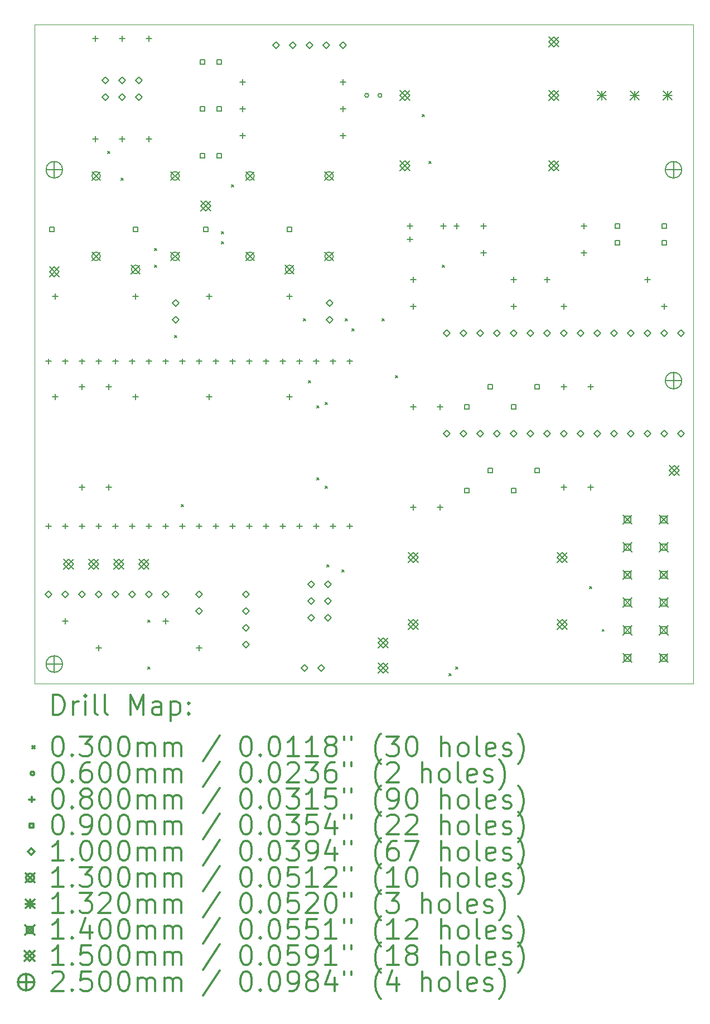
<source format=gbr>
%FSLAX45Y45*%
G04 Gerber Fmt 4.5, Leading zero omitted, Abs format (unit mm)*
G04 Created by KiCad (PCBNEW (5.1.12-1-10_14)) date 2023-03-30 15:48:43*
%MOMM*%
%LPD*%
G01*
G04 APERTURE LIST*
%TA.AperFunction,Profile*%
%ADD10C,0.050000*%
%TD*%
%ADD11C,0.200000*%
%ADD12C,0.300000*%
G04 APERTURE END LIST*
D10*
X16500000Y-13500000D02*
X16500000Y-3500000D01*
X26500000Y-13500000D02*
X16500000Y-13500000D01*
X26500000Y-3500000D02*
X26500000Y-13500000D01*
X16500000Y-3500000D02*
X26500000Y-3500000D01*
D11*
X17612600Y-5420600D02*
X17642600Y-5450600D01*
X17642600Y-5420600D02*
X17612600Y-5450600D01*
X17815800Y-5827000D02*
X17845800Y-5857000D01*
X17845800Y-5827000D02*
X17815800Y-5857000D01*
X18222200Y-12532600D02*
X18252200Y-12562600D01*
X18252200Y-12532600D02*
X18222200Y-12562600D01*
X18222200Y-13243800D02*
X18252200Y-13273800D01*
X18252200Y-13243800D02*
X18222200Y-13273800D01*
X18323800Y-6893800D02*
X18353800Y-6923800D01*
X18353800Y-6893800D02*
X18323800Y-6923800D01*
X18323800Y-7147800D02*
X18353800Y-7177800D01*
X18353800Y-7147800D02*
X18323800Y-7177800D01*
X18628600Y-8214600D02*
X18658600Y-8244600D01*
X18658600Y-8214600D02*
X18628600Y-8244600D01*
X18730200Y-10780000D02*
X18760200Y-10810000D01*
X18760200Y-10780000D02*
X18730200Y-10810000D01*
X19339800Y-6639800D02*
X19369800Y-6669800D01*
X19369800Y-6639800D02*
X19339800Y-6669800D01*
X19339800Y-6792200D02*
X19369800Y-6822200D01*
X19369800Y-6792200D02*
X19339800Y-6822200D01*
X19492200Y-5928600D02*
X19522200Y-5958600D01*
X19522200Y-5928600D02*
X19492200Y-5958600D01*
X20584400Y-7960600D02*
X20614400Y-7990600D01*
X20614400Y-7960600D02*
X20584400Y-7990600D01*
X20660600Y-8900400D02*
X20690600Y-8930400D01*
X20690600Y-8900400D02*
X20660600Y-8930400D01*
X20787600Y-9281400D02*
X20817600Y-9311400D01*
X20817600Y-9281400D02*
X20787600Y-9311400D01*
X20787600Y-10373600D02*
X20817600Y-10403600D01*
X20817600Y-10373600D02*
X20787600Y-10403600D01*
X20914600Y-9230600D02*
X20944600Y-9260600D01*
X20944600Y-9230600D02*
X20914600Y-9260600D01*
X20914600Y-10500600D02*
X20944600Y-10530600D01*
X20944600Y-10500600D02*
X20914600Y-10530600D01*
X20940000Y-11694400D02*
X20970000Y-11724400D01*
X20970000Y-11694400D02*
X20940000Y-11724400D01*
X21168600Y-11770600D02*
X21198600Y-11800600D01*
X21198600Y-11770600D02*
X21168600Y-11800600D01*
X21219400Y-7960600D02*
X21249400Y-7990600D01*
X21249400Y-7960600D02*
X21219400Y-7990600D01*
X21321000Y-8113000D02*
X21351000Y-8143000D01*
X21351000Y-8113000D02*
X21321000Y-8143000D01*
X21778200Y-7960600D02*
X21808200Y-7990600D01*
X21808200Y-7960600D02*
X21778200Y-7990600D01*
X21981400Y-8824200D02*
X22011400Y-8854200D01*
X22011400Y-8824200D02*
X21981400Y-8854200D01*
X22387800Y-4861800D02*
X22417800Y-4891800D01*
X22417800Y-4861800D02*
X22387800Y-4891800D01*
X22489400Y-5573000D02*
X22519400Y-5603000D01*
X22519400Y-5573000D02*
X22489400Y-5603000D01*
X22692600Y-7147800D02*
X22722600Y-7177800D01*
X22722600Y-7147800D02*
X22692600Y-7177800D01*
X22794200Y-13345400D02*
X22824200Y-13375400D01*
X22824200Y-13345400D02*
X22794200Y-13375400D01*
X22895800Y-13243800D02*
X22925800Y-13273800D01*
X22925800Y-13243800D02*
X22895800Y-13273800D01*
X24927800Y-12024600D02*
X24957800Y-12054600D01*
X24957800Y-12024600D02*
X24927800Y-12054600D01*
X25117400Y-12671400D02*
X25147400Y-12701400D01*
X25147400Y-12671400D02*
X25117400Y-12701400D01*
X21572400Y-4572000D02*
G75*
G03*
X21572400Y-4572000I-30000J0D01*
G01*
X21772400Y-4572000D02*
G75*
G03*
X21772400Y-4572000I-30000J0D01*
G01*
X16713200Y-8565200D02*
X16713200Y-8645200D01*
X16673200Y-8605200D02*
X16753200Y-8605200D01*
X16713200Y-11065200D02*
X16713200Y-11145200D01*
X16673200Y-11105200D02*
X16753200Y-11105200D01*
X16814800Y-7580000D02*
X16814800Y-7660000D01*
X16774800Y-7620000D02*
X16854800Y-7620000D01*
X16814800Y-9104000D02*
X16814800Y-9184000D01*
X16774800Y-9144000D02*
X16854800Y-9144000D01*
X16967200Y-8565200D02*
X16967200Y-8645200D01*
X16927200Y-8605200D02*
X17007200Y-8605200D01*
X16967200Y-11065200D02*
X16967200Y-11145200D01*
X16927200Y-11105200D02*
X17007200Y-11105200D01*
X16967200Y-12507600D02*
X16967200Y-12587600D01*
X16927200Y-12547600D02*
X17007200Y-12547600D01*
X17221200Y-8565200D02*
X17221200Y-8645200D01*
X17181200Y-8605200D02*
X17261200Y-8605200D01*
X17221200Y-8951600D02*
X17221200Y-9031600D01*
X17181200Y-8991600D02*
X17261200Y-8991600D01*
X17221200Y-10475600D02*
X17221200Y-10555600D01*
X17181200Y-10515600D02*
X17261200Y-10515600D01*
X17221200Y-11065200D02*
X17221200Y-11145200D01*
X17181200Y-11105200D02*
X17261200Y-11105200D01*
X17424400Y-3668400D02*
X17424400Y-3748400D01*
X17384400Y-3708400D02*
X17464400Y-3708400D01*
X17424400Y-5192400D02*
X17424400Y-5272400D01*
X17384400Y-5232400D02*
X17464400Y-5232400D01*
X17475200Y-8565200D02*
X17475200Y-8645200D01*
X17435200Y-8605200D02*
X17515200Y-8605200D01*
X17475200Y-11065200D02*
X17475200Y-11145200D01*
X17435200Y-11105200D02*
X17515200Y-11105200D01*
X17476000Y-12914000D02*
X17476000Y-12994000D01*
X17436000Y-12954000D02*
X17516000Y-12954000D01*
X17627600Y-8951600D02*
X17627600Y-9031600D01*
X17587600Y-8991600D02*
X17667600Y-8991600D01*
X17627600Y-10475600D02*
X17627600Y-10555600D01*
X17587600Y-10515600D02*
X17667600Y-10515600D01*
X17729200Y-8565200D02*
X17729200Y-8645200D01*
X17689200Y-8605200D02*
X17769200Y-8605200D01*
X17729200Y-11065200D02*
X17729200Y-11145200D01*
X17689200Y-11105200D02*
X17769200Y-11105200D01*
X17830800Y-3668400D02*
X17830800Y-3748400D01*
X17790800Y-3708400D02*
X17870800Y-3708400D01*
X17830800Y-5192400D02*
X17830800Y-5272400D01*
X17790800Y-5232400D02*
X17870800Y-5232400D01*
X17983200Y-8565200D02*
X17983200Y-8645200D01*
X17943200Y-8605200D02*
X18023200Y-8605200D01*
X17983200Y-11065200D02*
X17983200Y-11145200D01*
X17943200Y-11105200D02*
X18023200Y-11105200D01*
X18034000Y-7580000D02*
X18034000Y-7660000D01*
X17994000Y-7620000D02*
X18074000Y-7620000D01*
X18034000Y-9104000D02*
X18034000Y-9184000D01*
X17994000Y-9144000D02*
X18074000Y-9144000D01*
X18237200Y-3668400D02*
X18237200Y-3748400D01*
X18197200Y-3708400D02*
X18277200Y-3708400D01*
X18237200Y-5192400D02*
X18237200Y-5272400D01*
X18197200Y-5232400D02*
X18277200Y-5232400D01*
X18237200Y-8565200D02*
X18237200Y-8645200D01*
X18197200Y-8605200D02*
X18277200Y-8605200D01*
X18237200Y-11065200D02*
X18237200Y-11145200D01*
X18197200Y-11105200D02*
X18277200Y-11105200D01*
X18491200Y-8565200D02*
X18491200Y-8645200D01*
X18451200Y-8605200D02*
X18531200Y-8605200D01*
X18491200Y-11065200D02*
X18491200Y-11145200D01*
X18451200Y-11105200D02*
X18531200Y-11105200D01*
X18491200Y-12507600D02*
X18491200Y-12587600D01*
X18451200Y-12547600D02*
X18531200Y-12547600D01*
X18745200Y-8565200D02*
X18745200Y-8645200D01*
X18705200Y-8605200D02*
X18785200Y-8605200D01*
X18745200Y-11065200D02*
X18745200Y-11145200D01*
X18705200Y-11105200D02*
X18785200Y-11105200D01*
X18999200Y-8565200D02*
X18999200Y-8645200D01*
X18959200Y-8605200D02*
X19039200Y-8605200D01*
X18999200Y-11065200D02*
X18999200Y-11145200D01*
X18959200Y-11105200D02*
X19039200Y-11105200D01*
X19000000Y-12914000D02*
X19000000Y-12994000D01*
X18960000Y-12954000D02*
X19040000Y-12954000D01*
X19151600Y-7580000D02*
X19151600Y-7660000D01*
X19111600Y-7620000D02*
X19191600Y-7620000D01*
X19151600Y-9104000D02*
X19151600Y-9184000D01*
X19111600Y-9144000D02*
X19191600Y-9144000D01*
X19253200Y-8565200D02*
X19253200Y-8645200D01*
X19213200Y-8605200D02*
X19293200Y-8605200D01*
X19253200Y-11065200D02*
X19253200Y-11145200D01*
X19213200Y-11105200D02*
X19293200Y-11105200D01*
X19507200Y-8565200D02*
X19507200Y-8645200D01*
X19467200Y-8605200D02*
X19547200Y-8605200D01*
X19507200Y-11065200D02*
X19507200Y-11145200D01*
X19467200Y-11105200D02*
X19547200Y-11105200D01*
X19659600Y-4328800D02*
X19659600Y-4408800D01*
X19619600Y-4368800D02*
X19699600Y-4368800D01*
X19659600Y-4735200D02*
X19659600Y-4815200D01*
X19619600Y-4775200D02*
X19699600Y-4775200D01*
X19659600Y-5141600D02*
X19659600Y-5221600D01*
X19619600Y-5181600D02*
X19699600Y-5181600D01*
X19761200Y-8565200D02*
X19761200Y-8645200D01*
X19721200Y-8605200D02*
X19801200Y-8605200D01*
X19761200Y-11065200D02*
X19761200Y-11145200D01*
X19721200Y-11105200D02*
X19801200Y-11105200D01*
X20015200Y-8565200D02*
X20015200Y-8645200D01*
X19975200Y-8605200D02*
X20055200Y-8605200D01*
X20015200Y-11065200D02*
X20015200Y-11145200D01*
X19975200Y-11105200D02*
X20055200Y-11105200D01*
X20269200Y-8565200D02*
X20269200Y-8645200D01*
X20229200Y-8605200D02*
X20309200Y-8605200D01*
X20269200Y-11065200D02*
X20269200Y-11145200D01*
X20229200Y-11105200D02*
X20309200Y-11105200D01*
X20370800Y-7580000D02*
X20370800Y-7660000D01*
X20330800Y-7620000D02*
X20410800Y-7620000D01*
X20370800Y-9104000D02*
X20370800Y-9184000D01*
X20330800Y-9144000D02*
X20410800Y-9144000D01*
X20523200Y-8565200D02*
X20523200Y-8645200D01*
X20483200Y-8605200D02*
X20563200Y-8605200D01*
X20523200Y-11065200D02*
X20523200Y-11145200D01*
X20483200Y-11105200D02*
X20563200Y-11105200D01*
X20777200Y-8565200D02*
X20777200Y-8645200D01*
X20737200Y-8605200D02*
X20817200Y-8605200D01*
X20777200Y-11065200D02*
X20777200Y-11145200D01*
X20737200Y-11105200D02*
X20817200Y-11105200D01*
X21031200Y-8565200D02*
X21031200Y-8645200D01*
X20991200Y-8605200D02*
X21071200Y-8605200D01*
X21031200Y-11065200D02*
X21031200Y-11145200D01*
X20991200Y-11105200D02*
X21071200Y-11105200D01*
X21183600Y-4328800D02*
X21183600Y-4408800D01*
X21143600Y-4368800D02*
X21223600Y-4368800D01*
X21183600Y-4735200D02*
X21183600Y-4815200D01*
X21143600Y-4775200D02*
X21223600Y-4775200D01*
X21183600Y-5141600D02*
X21183600Y-5221600D01*
X21143600Y-5181600D02*
X21223600Y-5181600D01*
X21285200Y-8565200D02*
X21285200Y-8645200D01*
X21245200Y-8605200D02*
X21325200Y-8605200D01*
X21285200Y-11065200D02*
X21285200Y-11145200D01*
X21245200Y-11105200D02*
X21325200Y-11105200D01*
X22199600Y-6513200D02*
X22199600Y-6593200D01*
X22159600Y-6553200D02*
X22239600Y-6553200D01*
X22199600Y-6713200D02*
X22199600Y-6793200D01*
X22159600Y-6753200D02*
X22239600Y-6753200D01*
X22250400Y-7326000D02*
X22250400Y-7406000D01*
X22210400Y-7366000D02*
X22290400Y-7366000D01*
X22250400Y-7732400D02*
X22250400Y-7812400D01*
X22210400Y-7772400D02*
X22290400Y-7772400D01*
X22250400Y-9256400D02*
X22250400Y-9336400D01*
X22210400Y-9296400D02*
X22290400Y-9296400D01*
X22250400Y-10780400D02*
X22250400Y-10860400D01*
X22210400Y-10820400D02*
X22290400Y-10820400D01*
X22656800Y-9256400D02*
X22656800Y-9336400D01*
X22616800Y-9296400D02*
X22696800Y-9296400D01*
X22656800Y-10780400D02*
X22656800Y-10860400D01*
X22616800Y-10820400D02*
X22696800Y-10820400D01*
X22707600Y-6513200D02*
X22707600Y-6593200D01*
X22667600Y-6553200D02*
X22747600Y-6553200D01*
X22907600Y-6513200D02*
X22907600Y-6593200D01*
X22867600Y-6553200D02*
X22947600Y-6553200D01*
X23317200Y-6513200D02*
X23317200Y-6593200D01*
X23277200Y-6553200D02*
X23357200Y-6553200D01*
X23317200Y-6919600D02*
X23317200Y-6999600D01*
X23277200Y-6959600D02*
X23357200Y-6959600D01*
X23774400Y-7326000D02*
X23774400Y-7406000D01*
X23734400Y-7366000D02*
X23814400Y-7366000D01*
X23774400Y-7732400D02*
X23774400Y-7812400D01*
X23734400Y-7772400D02*
X23814400Y-7772400D01*
X24282400Y-7326000D02*
X24282400Y-7406000D01*
X24242400Y-7366000D02*
X24322400Y-7366000D01*
X24536400Y-7732400D02*
X24536400Y-7812400D01*
X24496400Y-7772400D02*
X24576400Y-7772400D01*
X24536400Y-8951600D02*
X24536400Y-9031600D01*
X24496400Y-8991600D02*
X24576400Y-8991600D01*
X24536400Y-10475600D02*
X24536400Y-10555600D01*
X24496400Y-10515600D02*
X24576400Y-10515600D01*
X24841200Y-6513200D02*
X24841200Y-6593200D01*
X24801200Y-6553200D02*
X24881200Y-6553200D01*
X24841200Y-6919600D02*
X24841200Y-6999600D01*
X24801200Y-6959600D02*
X24881200Y-6959600D01*
X24942800Y-8951600D02*
X24942800Y-9031600D01*
X24902800Y-8991600D02*
X24982800Y-8991600D01*
X24942800Y-10475600D02*
X24942800Y-10555600D01*
X24902800Y-10515600D02*
X24982800Y-10515600D01*
X25806400Y-7326000D02*
X25806400Y-7406000D01*
X25766400Y-7366000D02*
X25846400Y-7366000D01*
X26060400Y-7732400D02*
X26060400Y-7812400D01*
X26020400Y-7772400D02*
X26100400Y-7772400D01*
X16795820Y-6635820D02*
X16795820Y-6572180D01*
X16732180Y-6572180D01*
X16732180Y-6635820D01*
X16795820Y-6635820D01*
X18065820Y-6635820D02*
X18065820Y-6572180D01*
X18002180Y-6572180D01*
X18002180Y-6635820D01*
X18065820Y-6635820D01*
X19081820Y-4095820D02*
X19081820Y-4032180D01*
X19018180Y-4032180D01*
X19018180Y-4095820D01*
X19081820Y-4095820D01*
X19081820Y-4807020D02*
X19081820Y-4743380D01*
X19018180Y-4743380D01*
X19018180Y-4807020D01*
X19081820Y-4807020D01*
X19081820Y-5518220D02*
X19081820Y-5454580D01*
X19018180Y-5454580D01*
X19018180Y-5518220D01*
X19081820Y-5518220D01*
X19132620Y-6635820D02*
X19132620Y-6572180D01*
X19068980Y-6572180D01*
X19068980Y-6635820D01*
X19132620Y-6635820D01*
X19335820Y-4095820D02*
X19335820Y-4032180D01*
X19272180Y-4032180D01*
X19272180Y-4095820D01*
X19335820Y-4095820D01*
X19335820Y-4807020D02*
X19335820Y-4743380D01*
X19272180Y-4743380D01*
X19272180Y-4807020D01*
X19335820Y-4807020D01*
X19335820Y-5518220D02*
X19335820Y-5454580D01*
X19272180Y-5454580D01*
X19272180Y-5518220D01*
X19335820Y-5518220D01*
X20402620Y-6635820D02*
X20402620Y-6572180D01*
X20338980Y-6572180D01*
X20338980Y-6635820D01*
X20402620Y-6635820D01*
X23095020Y-9328220D02*
X23095020Y-9264580D01*
X23031380Y-9264580D01*
X23031380Y-9328220D01*
X23095020Y-9328220D01*
X23095020Y-10598220D02*
X23095020Y-10534580D01*
X23031380Y-10534580D01*
X23031380Y-10598220D01*
X23095020Y-10598220D01*
X23450620Y-9023420D02*
X23450620Y-8959780D01*
X23386980Y-8959780D01*
X23386980Y-9023420D01*
X23450620Y-9023420D01*
X23450620Y-10293420D02*
X23450620Y-10229780D01*
X23386980Y-10229780D01*
X23386980Y-10293420D01*
X23450620Y-10293420D01*
X23806220Y-9328220D02*
X23806220Y-9264580D01*
X23742580Y-9264580D01*
X23742580Y-9328220D01*
X23806220Y-9328220D01*
X23806220Y-10598220D02*
X23806220Y-10534580D01*
X23742580Y-10534580D01*
X23742580Y-10598220D01*
X23806220Y-10598220D01*
X24161820Y-9023420D02*
X24161820Y-8959780D01*
X24098180Y-8959780D01*
X24098180Y-9023420D01*
X24161820Y-9023420D01*
X24161820Y-10293420D02*
X24161820Y-10229780D01*
X24098180Y-10229780D01*
X24098180Y-10293420D01*
X24161820Y-10293420D01*
X25381020Y-6585020D02*
X25381020Y-6521380D01*
X25317380Y-6521380D01*
X25317380Y-6585020D01*
X25381020Y-6585020D01*
X25381020Y-6839020D02*
X25381020Y-6775380D01*
X25317380Y-6775380D01*
X25317380Y-6839020D01*
X25381020Y-6839020D01*
X26092220Y-6585020D02*
X26092220Y-6521380D01*
X26028580Y-6521380D01*
X26028580Y-6585020D01*
X26092220Y-6585020D01*
X26092220Y-6839020D02*
X26092220Y-6775380D01*
X26028580Y-6775380D01*
X26028580Y-6839020D01*
X26092220Y-6839020D01*
X16713200Y-12191200D02*
X16763200Y-12141200D01*
X16713200Y-12091200D01*
X16663200Y-12141200D01*
X16713200Y-12191200D01*
X16967200Y-12191200D02*
X17017200Y-12141200D01*
X16967200Y-12091200D01*
X16917200Y-12141200D01*
X16967200Y-12191200D01*
X17221200Y-12191200D02*
X17271200Y-12141200D01*
X17221200Y-12091200D01*
X17171200Y-12141200D01*
X17221200Y-12191200D01*
X17475200Y-12191200D02*
X17525200Y-12141200D01*
X17475200Y-12091200D01*
X17425200Y-12141200D01*
X17475200Y-12191200D01*
X17576800Y-4393400D02*
X17626800Y-4343400D01*
X17576800Y-4293400D01*
X17526800Y-4343400D01*
X17576800Y-4393400D01*
X17576800Y-4647400D02*
X17626800Y-4597400D01*
X17576800Y-4547400D01*
X17526800Y-4597400D01*
X17576800Y-4647400D01*
X17729200Y-12191200D02*
X17779200Y-12141200D01*
X17729200Y-12091200D01*
X17679200Y-12141200D01*
X17729200Y-12191200D01*
X17830800Y-4393400D02*
X17880800Y-4343400D01*
X17830800Y-4293400D01*
X17780800Y-4343400D01*
X17830800Y-4393400D01*
X17830800Y-4647400D02*
X17880800Y-4597400D01*
X17830800Y-4547400D01*
X17780800Y-4597400D01*
X17830800Y-4647400D01*
X17983200Y-12191200D02*
X18033200Y-12141200D01*
X17983200Y-12091200D01*
X17933200Y-12141200D01*
X17983200Y-12191200D01*
X18084800Y-4393400D02*
X18134800Y-4343400D01*
X18084800Y-4293400D01*
X18034800Y-4343400D01*
X18084800Y-4393400D01*
X18084800Y-4647400D02*
X18134800Y-4597400D01*
X18084800Y-4547400D01*
X18034800Y-4597400D01*
X18084800Y-4647400D01*
X18237200Y-12191200D02*
X18287200Y-12141200D01*
X18237200Y-12091200D01*
X18187200Y-12141200D01*
X18237200Y-12191200D01*
X18491200Y-12191200D02*
X18541200Y-12141200D01*
X18491200Y-12091200D01*
X18441200Y-12141200D01*
X18491200Y-12191200D01*
X18643600Y-7771600D02*
X18693600Y-7721600D01*
X18643600Y-7671600D01*
X18593600Y-7721600D01*
X18643600Y-7771600D01*
X18643600Y-8025600D02*
X18693600Y-7975600D01*
X18643600Y-7925600D01*
X18593600Y-7975600D01*
X18643600Y-8025600D01*
X18999200Y-12191200D02*
X19049200Y-12141200D01*
X18999200Y-12091200D01*
X18949200Y-12141200D01*
X18999200Y-12191200D01*
X18999200Y-12445200D02*
X19049200Y-12395200D01*
X18999200Y-12345200D01*
X18949200Y-12395200D01*
X18999200Y-12445200D01*
X19710400Y-12191200D02*
X19760400Y-12141200D01*
X19710400Y-12091200D01*
X19660400Y-12141200D01*
X19710400Y-12191200D01*
X19710400Y-12445200D02*
X19760400Y-12395200D01*
X19710400Y-12345200D01*
X19660400Y-12395200D01*
X19710400Y-12445200D01*
X19710400Y-12699200D02*
X19760400Y-12649200D01*
X19710400Y-12599200D01*
X19660400Y-12649200D01*
X19710400Y-12699200D01*
X19710400Y-12953200D02*
X19760400Y-12903200D01*
X19710400Y-12853200D01*
X19660400Y-12903200D01*
X19710400Y-12953200D01*
X20167600Y-3860000D02*
X20217600Y-3810000D01*
X20167600Y-3760000D01*
X20117600Y-3810000D01*
X20167600Y-3860000D01*
X20421600Y-3860000D02*
X20471600Y-3810000D01*
X20421600Y-3760000D01*
X20371600Y-3810000D01*
X20421600Y-3860000D01*
X20599400Y-13308800D02*
X20649400Y-13258800D01*
X20599400Y-13208800D01*
X20549400Y-13258800D01*
X20599400Y-13308800D01*
X20675600Y-3860000D02*
X20725600Y-3810000D01*
X20675600Y-3760000D01*
X20625600Y-3810000D01*
X20675600Y-3860000D01*
X20701000Y-12038800D02*
X20751000Y-11988800D01*
X20701000Y-11938800D01*
X20651000Y-11988800D01*
X20701000Y-12038800D01*
X20701000Y-12292800D02*
X20751000Y-12242800D01*
X20701000Y-12192800D01*
X20651000Y-12242800D01*
X20701000Y-12292800D01*
X20701000Y-12546800D02*
X20751000Y-12496800D01*
X20701000Y-12446800D01*
X20651000Y-12496800D01*
X20701000Y-12546800D01*
X20853400Y-13308800D02*
X20903400Y-13258800D01*
X20853400Y-13208800D01*
X20803400Y-13258800D01*
X20853400Y-13308800D01*
X20929600Y-3860000D02*
X20979600Y-3810000D01*
X20929600Y-3760000D01*
X20879600Y-3810000D01*
X20929600Y-3860000D01*
X20955000Y-12038800D02*
X21005000Y-11988800D01*
X20955000Y-11938800D01*
X20905000Y-11988800D01*
X20955000Y-12038800D01*
X20955000Y-12292800D02*
X21005000Y-12242800D01*
X20955000Y-12192800D01*
X20905000Y-12242800D01*
X20955000Y-12292800D01*
X20955000Y-12546800D02*
X21005000Y-12496800D01*
X20955000Y-12446800D01*
X20905000Y-12496800D01*
X20955000Y-12546800D01*
X20980400Y-7771600D02*
X21030400Y-7721600D01*
X20980400Y-7671600D01*
X20930400Y-7721600D01*
X20980400Y-7771600D01*
X20980400Y-8025600D02*
X21030400Y-7975600D01*
X20980400Y-7925600D01*
X20930400Y-7975600D01*
X20980400Y-8025600D01*
X21183600Y-3860000D02*
X21233600Y-3810000D01*
X21183600Y-3760000D01*
X21133600Y-3810000D01*
X21183600Y-3860000D01*
X22758400Y-8228800D02*
X22808400Y-8178800D01*
X22758400Y-8128800D01*
X22708400Y-8178800D01*
X22758400Y-8228800D01*
X22758400Y-9752800D02*
X22808400Y-9702800D01*
X22758400Y-9652800D01*
X22708400Y-9702800D01*
X22758400Y-9752800D01*
X23012400Y-8228800D02*
X23062400Y-8178800D01*
X23012400Y-8128800D01*
X22962400Y-8178800D01*
X23012400Y-8228800D01*
X23012400Y-9752800D02*
X23062400Y-9702800D01*
X23012400Y-9652800D01*
X22962400Y-9702800D01*
X23012400Y-9752800D01*
X23266400Y-8228800D02*
X23316400Y-8178800D01*
X23266400Y-8128800D01*
X23216400Y-8178800D01*
X23266400Y-8228800D01*
X23266400Y-9752800D02*
X23316400Y-9702800D01*
X23266400Y-9652800D01*
X23216400Y-9702800D01*
X23266400Y-9752800D01*
X23520400Y-8228800D02*
X23570400Y-8178800D01*
X23520400Y-8128800D01*
X23470400Y-8178800D01*
X23520400Y-8228800D01*
X23520400Y-9752800D02*
X23570400Y-9702800D01*
X23520400Y-9652800D01*
X23470400Y-9702800D01*
X23520400Y-9752800D01*
X23774400Y-8228800D02*
X23824400Y-8178800D01*
X23774400Y-8128800D01*
X23724400Y-8178800D01*
X23774400Y-8228800D01*
X23774400Y-9752800D02*
X23824400Y-9702800D01*
X23774400Y-9652800D01*
X23724400Y-9702800D01*
X23774400Y-9752800D01*
X24028400Y-8228800D02*
X24078400Y-8178800D01*
X24028400Y-8128800D01*
X23978400Y-8178800D01*
X24028400Y-8228800D01*
X24028400Y-9752800D02*
X24078400Y-9702800D01*
X24028400Y-9652800D01*
X23978400Y-9702800D01*
X24028400Y-9752800D01*
X24282400Y-8228800D02*
X24332400Y-8178800D01*
X24282400Y-8128800D01*
X24232400Y-8178800D01*
X24282400Y-8228800D01*
X24282400Y-9752800D02*
X24332400Y-9702800D01*
X24282400Y-9652800D01*
X24232400Y-9702800D01*
X24282400Y-9752800D01*
X24536400Y-8228800D02*
X24586400Y-8178800D01*
X24536400Y-8128800D01*
X24486400Y-8178800D01*
X24536400Y-8228800D01*
X24536400Y-9752800D02*
X24586400Y-9702800D01*
X24536400Y-9652800D01*
X24486400Y-9702800D01*
X24536400Y-9752800D01*
X24790400Y-8228800D02*
X24840400Y-8178800D01*
X24790400Y-8128800D01*
X24740400Y-8178800D01*
X24790400Y-8228800D01*
X24790400Y-9752800D02*
X24840400Y-9702800D01*
X24790400Y-9652800D01*
X24740400Y-9702800D01*
X24790400Y-9752800D01*
X25044400Y-8228800D02*
X25094400Y-8178800D01*
X25044400Y-8128800D01*
X24994400Y-8178800D01*
X25044400Y-8228800D01*
X25044400Y-9752800D02*
X25094400Y-9702800D01*
X25044400Y-9652800D01*
X24994400Y-9702800D01*
X25044400Y-9752800D01*
X25298400Y-8228800D02*
X25348400Y-8178800D01*
X25298400Y-8128800D01*
X25248400Y-8178800D01*
X25298400Y-8228800D01*
X25298400Y-9752800D02*
X25348400Y-9702800D01*
X25298400Y-9652800D01*
X25248400Y-9702800D01*
X25298400Y-9752800D01*
X25552400Y-8228800D02*
X25602400Y-8178800D01*
X25552400Y-8128800D01*
X25502400Y-8178800D01*
X25552400Y-8228800D01*
X25552400Y-9752800D02*
X25602400Y-9702800D01*
X25552400Y-9652800D01*
X25502400Y-9702800D01*
X25552400Y-9752800D01*
X25806400Y-8228800D02*
X25856400Y-8178800D01*
X25806400Y-8128800D01*
X25756400Y-8178800D01*
X25806400Y-8228800D01*
X25806400Y-9752800D02*
X25856400Y-9702800D01*
X25806400Y-9652800D01*
X25756400Y-9702800D01*
X25806400Y-9752800D01*
X26060400Y-8228800D02*
X26110400Y-8178800D01*
X26060400Y-8128800D01*
X26010400Y-8178800D01*
X26060400Y-8228800D01*
X26060400Y-9752800D02*
X26110400Y-9702800D01*
X26060400Y-9652800D01*
X26010400Y-9702800D01*
X26060400Y-9752800D01*
X26314400Y-8228800D02*
X26364400Y-8178800D01*
X26314400Y-8128800D01*
X26264400Y-8178800D01*
X26314400Y-8228800D01*
X26314400Y-9752800D02*
X26364400Y-9702800D01*
X26314400Y-9652800D01*
X26264400Y-9702800D01*
X26314400Y-9752800D01*
X17369000Y-5728600D02*
X17499000Y-5858600D01*
X17499000Y-5728600D02*
X17369000Y-5858600D01*
X17499000Y-5793600D02*
G75*
G03*
X17499000Y-5793600I-65000J0D01*
G01*
X17369000Y-6948600D02*
X17499000Y-7078600D01*
X17499000Y-6948600D02*
X17369000Y-7078600D01*
X17499000Y-7013600D02*
G75*
G03*
X17499000Y-7013600I-65000J0D01*
G01*
X17969000Y-7148600D02*
X18099000Y-7278600D01*
X18099000Y-7148600D02*
X17969000Y-7278600D01*
X18099000Y-7213600D02*
G75*
G03*
X18099000Y-7213600I-65000J0D01*
G01*
X18569000Y-5728600D02*
X18699000Y-5858600D01*
X18699000Y-5728600D02*
X18569000Y-5858600D01*
X18699000Y-5793600D02*
G75*
G03*
X18699000Y-5793600I-65000J0D01*
G01*
X18569000Y-6948600D02*
X18699000Y-7078600D01*
X18699000Y-6948600D02*
X18569000Y-7078600D01*
X18699000Y-7013600D02*
G75*
G03*
X18699000Y-7013600I-65000J0D01*
G01*
X19705800Y-5728600D02*
X19835800Y-5858600D01*
X19835800Y-5728600D02*
X19705800Y-5858600D01*
X19835800Y-5793600D02*
G75*
G03*
X19835800Y-5793600I-65000J0D01*
G01*
X19705800Y-6948600D02*
X19835800Y-7078600D01*
X19835800Y-6948600D02*
X19705800Y-7078600D01*
X19835800Y-7013600D02*
G75*
G03*
X19835800Y-7013600I-65000J0D01*
G01*
X20305800Y-7148600D02*
X20435800Y-7278600D01*
X20435800Y-7148600D02*
X20305800Y-7278600D01*
X20435800Y-7213600D02*
G75*
G03*
X20435800Y-7213600I-65000J0D01*
G01*
X20905800Y-5728600D02*
X21035800Y-5858600D01*
X21035800Y-5728600D02*
X20905800Y-5858600D01*
X21035800Y-5793600D02*
G75*
G03*
X21035800Y-5793600I-65000J0D01*
G01*
X20905800Y-6948600D02*
X21035800Y-7078600D01*
X21035800Y-6948600D02*
X20905800Y-7078600D01*
X21035800Y-7013600D02*
G75*
G03*
X21035800Y-7013600I-65000J0D01*
G01*
X25045200Y-4506000D02*
X25177200Y-4638000D01*
X25177200Y-4506000D02*
X25045200Y-4638000D01*
X25111200Y-4506000D02*
X25111200Y-4638000D01*
X25045200Y-4572000D02*
X25177200Y-4572000D01*
X25545200Y-4506000D02*
X25677200Y-4638000D01*
X25677200Y-4506000D02*
X25545200Y-4638000D01*
X25611200Y-4506000D02*
X25611200Y-4638000D01*
X25545200Y-4572000D02*
X25677200Y-4572000D01*
X26045200Y-4506000D02*
X26177200Y-4638000D01*
X26177200Y-4506000D02*
X26045200Y-4638000D01*
X26111200Y-4506000D02*
X26111200Y-4638000D01*
X26045200Y-4572000D02*
X26177200Y-4572000D01*
X25431600Y-10936400D02*
X25571600Y-11076400D01*
X25571600Y-10936400D02*
X25431600Y-11076400D01*
X25551098Y-11055898D02*
X25551098Y-10956902D01*
X25452102Y-10956902D01*
X25452102Y-11055898D01*
X25551098Y-11055898D01*
X25431600Y-11356400D02*
X25571600Y-11496400D01*
X25571600Y-11356400D02*
X25431600Y-11496400D01*
X25551098Y-11475898D02*
X25551098Y-11376902D01*
X25452102Y-11376902D01*
X25452102Y-11475898D01*
X25551098Y-11475898D01*
X25431600Y-11776400D02*
X25571600Y-11916400D01*
X25571600Y-11776400D02*
X25431600Y-11916400D01*
X25551098Y-11895898D02*
X25551098Y-11796902D01*
X25452102Y-11796902D01*
X25452102Y-11895898D01*
X25551098Y-11895898D01*
X25431600Y-12196400D02*
X25571600Y-12336400D01*
X25571600Y-12196400D02*
X25431600Y-12336400D01*
X25551098Y-12315898D02*
X25551098Y-12216902D01*
X25452102Y-12216902D01*
X25452102Y-12315898D01*
X25551098Y-12315898D01*
X25431600Y-12616400D02*
X25571600Y-12756400D01*
X25571600Y-12616400D02*
X25431600Y-12756400D01*
X25551098Y-12735898D02*
X25551098Y-12636902D01*
X25452102Y-12636902D01*
X25452102Y-12735898D01*
X25551098Y-12735898D01*
X25431600Y-13036400D02*
X25571600Y-13176400D01*
X25571600Y-13036400D02*
X25431600Y-13176400D01*
X25551098Y-13155898D02*
X25551098Y-13056902D01*
X25452102Y-13056902D01*
X25452102Y-13155898D01*
X25551098Y-13155898D01*
X25981600Y-10936400D02*
X26121600Y-11076400D01*
X26121600Y-10936400D02*
X25981600Y-11076400D01*
X26101098Y-11055898D02*
X26101098Y-10956902D01*
X26002102Y-10956902D01*
X26002102Y-11055898D01*
X26101098Y-11055898D01*
X25981600Y-11356400D02*
X26121600Y-11496400D01*
X26121600Y-11356400D02*
X25981600Y-11496400D01*
X26101098Y-11475898D02*
X26101098Y-11376902D01*
X26002102Y-11376902D01*
X26002102Y-11475898D01*
X26101098Y-11475898D01*
X25981600Y-11776400D02*
X26121600Y-11916400D01*
X26121600Y-11776400D02*
X25981600Y-11916400D01*
X26101098Y-11895898D02*
X26101098Y-11796902D01*
X26002102Y-11796902D01*
X26002102Y-11895898D01*
X26101098Y-11895898D01*
X25981600Y-12196400D02*
X26121600Y-12336400D01*
X26121600Y-12196400D02*
X25981600Y-12336400D01*
X26101098Y-12315898D02*
X26101098Y-12216902D01*
X26002102Y-12216902D01*
X26002102Y-12315898D01*
X26101098Y-12315898D01*
X25981600Y-12616400D02*
X26121600Y-12756400D01*
X26121600Y-12616400D02*
X25981600Y-12756400D01*
X26101098Y-12735898D02*
X26101098Y-12636902D01*
X26002102Y-12636902D01*
X26002102Y-12735898D01*
X26101098Y-12735898D01*
X25981600Y-13036400D02*
X26121600Y-13176400D01*
X26121600Y-13036400D02*
X25981600Y-13176400D01*
X26101098Y-13155898D02*
X26101098Y-13056902D01*
X26002102Y-13056902D01*
X26002102Y-13155898D01*
X26101098Y-13155898D01*
X16725000Y-7175000D02*
X16875000Y-7325000D01*
X16875000Y-7175000D02*
X16725000Y-7325000D01*
X16800000Y-7325000D02*
X16875000Y-7250000D01*
X16800000Y-7175000D01*
X16725000Y-7250000D01*
X16800000Y-7325000D01*
X16943000Y-11609000D02*
X17093000Y-11759000D01*
X17093000Y-11609000D02*
X16943000Y-11759000D01*
X17018000Y-11759000D02*
X17093000Y-11684000D01*
X17018000Y-11609000D01*
X16943000Y-11684000D01*
X17018000Y-11759000D01*
X17324000Y-11609000D02*
X17474000Y-11759000D01*
X17474000Y-11609000D02*
X17324000Y-11759000D01*
X17399000Y-11759000D02*
X17474000Y-11684000D01*
X17399000Y-11609000D01*
X17324000Y-11684000D01*
X17399000Y-11759000D01*
X17705000Y-11609000D02*
X17855000Y-11759000D01*
X17855000Y-11609000D02*
X17705000Y-11759000D01*
X17780000Y-11759000D02*
X17855000Y-11684000D01*
X17780000Y-11609000D01*
X17705000Y-11684000D01*
X17780000Y-11759000D01*
X18086000Y-11609000D02*
X18236000Y-11759000D01*
X18236000Y-11609000D02*
X18086000Y-11759000D01*
X18161000Y-11759000D02*
X18236000Y-11684000D01*
X18161000Y-11609000D01*
X18086000Y-11684000D01*
X18161000Y-11759000D01*
X19025800Y-6173400D02*
X19175800Y-6323400D01*
X19175800Y-6173400D02*
X19025800Y-6323400D01*
X19100800Y-6323400D02*
X19175800Y-6248400D01*
X19100800Y-6173400D01*
X19025800Y-6248400D01*
X19100800Y-6323400D01*
X21718200Y-12802800D02*
X21868200Y-12952800D01*
X21868200Y-12802800D02*
X21718200Y-12952800D01*
X21793200Y-12952800D02*
X21868200Y-12877800D01*
X21793200Y-12802800D01*
X21718200Y-12877800D01*
X21793200Y-12952800D01*
X21718200Y-13183800D02*
X21868200Y-13333800D01*
X21868200Y-13183800D02*
X21718200Y-13333800D01*
X21793200Y-13333800D02*
X21868200Y-13258800D01*
X21793200Y-13183800D01*
X21718200Y-13258800D01*
X21793200Y-13333800D01*
X22049000Y-4497000D02*
X22199000Y-4647000D01*
X22199000Y-4497000D02*
X22049000Y-4647000D01*
X22124000Y-4647000D02*
X22199000Y-4572000D01*
X22124000Y-4497000D01*
X22049000Y-4572000D01*
X22124000Y-4647000D01*
X22049000Y-5563800D02*
X22199000Y-5713800D01*
X22199000Y-5563800D02*
X22049000Y-5713800D01*
X22124000Y-5713800D02*
X22199000Y-5638800D01*
X22124000Y-5563800D01*
X22049000Y-5638800D01*
X22124000Y-5713800D01*
X22175400Y-11507400D02*
X22325400Y-11657400D01*
X22325400Y-11507400D02*
X22175400Y-11657400D01*
X22250400Y-11657400D02*
X22325400Y-11582400D01*
X22250400Y-11507400D01*
X22175400Y-11582400D01*
X22250400Y-11657400D01*
X22175400Y-12523400D02*
X22325400Y-12673400D01*
X22325400Y-12523400D02*
X22175400Y-12673400D01*
X22250400Y-12673400D02*
X22325400Y-12598400D01*
X22250400Y-12523400D01*
X22175400Y-12598400D01*
X22250400Y-12673400D01*
X24309000Y-3684200D02*
X24459000Y-3834200D01*
X24459000Y-3684200D02*
X24309000Y-3834200D01*
X24384000Y-3834200D02*
X24459000Y-3759200D01*
X24384000Y-3684200D01*
X24309000Y-3759200D01*
X24384000Y-3834200D01*
X24309000Y-4497000D02*
X24459000Y-4647000D01*
X24459000Y-4497000D02*
X24309000Y-4647000D01*
X24384000Y-4647000D02*
X24459000Y-4572000D01*
X24384000Y-4497000D01*
X24309000Y-4572000D01*
X24384000Y-4647000D01*
X24309000Y-5563800D02*
X24459000Y-5713800D01*
X24459000Y-5563800D02*
X24309000Y-5713800D01*
X24384000Y-5713800D02*
X24459000Y-5638800D01*
X24384000Y-5563800D01*
X24309000Y-5638800D01*
X24384000Y-5713800D01*
X24435400Y-11507400D02*
X24585400Y-11657400D01*
X24585400Y-11507400D02*
X24435400Y-11657400D01*
X24510400Y-11657400D02*
X24585400Y-11582400D01*
X24510400Y-11507400D01*
X24435400Y-11582400D01*
X24510400Y-11657400D01*
X24435400Y-12523400D02*
X24585400Y-12673400D01*
X24585400Y-12523400D02*
X24435400Y-12673400D01*
X24510400Y-12673400D02*
X24585400Y-12598400D01*
X24510400Y-12523400D01*
X24435400Y-12598400D01*
X24510400Y-12673400D01*
X26137800Y-10186600D02*
X26287800Y-10336600D01*
X26287800Y-10186600D02*
X26137800Y-10336600D01*
X26212800Y-10336600D02*
X26287800Y-10261600D01*
X26212800Y-10186600D01*
X26137800Y-10261600D01*
X26212800Y-10336600D01*
X16800000Y-5575000D02*
X16800000Y-5825000D01*
X16675000Y-5700000D02*
X16925000Y-5700000D01*
X16925000Y-5700000D02*
G75*
G03*
X16925000Y-5700000I-125000J0D01*
G01*
X16800000Y-13075000D02*
X16800000Y-13325000D01*
X16675000Y-13200000D02*
X16925000Y-13200000D01*
X16925000Y-13200000D02*
G75*
G03*
X16925000Y-13200000I-125000J0D01*
G01*
X26200000Y-5575000D02*
X26200000Y-5825000D01*
X26075000Y-5700000D02*
X26325000Y-5700000D01*
X26325000Y-5700000D02*
G75*
G03*
X26325000Y-5700000I-125000J0D01*
G01*
X26200000Y-8775000D02*
X26200000Y-9025000D01*
X26075000Y-8900000D02*
X26325000Y-8900000D01*
X26325000Y-8900000D02*
G75*
G03*
X26325000Y-8900000I-125000J0D01*
G01*
D12*
X16783928Y-13968214D02*
X16783928Y-13668214D01*
X16855357Y-13668214D01*
X16898214Y-13682500D01*
X16926786Y-13711071D01*
X16941071Y-13739643D01*
X16955357Y-13796786D01*
X16955357Y-13839643D01*
X16941071Y-13896786D01*
X16926786Y-13925357D01*
X16898214Y-13953929D01*
X16855357Y-13968214D01*
X16783928Y-13968214D01*
X17083928Y-13968214D02*
X17083928Y-13768214D01*
X17083928Y-13825357D02*
X17098214Y-13796786D01*
X17112500Y-13782500D01*
X17141071Y-13768214D01*
X17169643Y-13768214D01*
X17269643Y-13968214D02*
X17269643Y-13768214D01*
X17269643Y-13668214D02*
X17255357Y-13682500D01*
X17269643Y-13696786D01*
X17283928Y-13682500D01*
X17269643Y-13668214D01*
X17269643Y-13696786D01*
X17455357Y-13968214D02*
X17426786Y-13953929D01*
X17412500Y-13925357D01*
X17412500Y-13668214D01*
X17612500Y-13968214D02*
X17583928Y-13953929D01*
X17569643Y-13925357D01*
X17569643Y-13668214D01*
X17955357Y-13968214D02*
X17955357Y-13668214D01*
X18055357Y-13882500D01*
X18155357Y-13668214D01*
X18155357Y-13968214D01*
X18426786Y-13968214D02*
X18426786Y-13811071D01*
X18412500Y-13782500D01*
X18383928Y-13768214D01*
X18326786Y-13768214D01*
X18298214Y-13782500D01*
X18426786Y-13953929D02*
X18398214Y-13968214D01*
X18326786Y-13968214D01*
X18298214Y-13953929D01*
X18283928Y-13925357D01*
X18283928Y-13896786D01*
X18298214Y-13868214D01*
X18326786Y-13853929D01*
X18398214Y-13853929D01*
X18426786Y-13839643D01*
X18569643Y-13768214D02*
X18569643Y-14068214D01*
X18569643Y-13782500D02*
X18598214Y-13768214D01*
X18655357Y-13768214D01*
X18683928Y-13782500D01*
X18698214Y-13796786D01*
X18712500Y-13825357D01*
X18712500Y-13911071D01*
X18698214Y-13939643D01*
X18683928Y-13953929D01*
X18655357Y-13968214D01*
X18598214Y-13968214D01*
X18569643Y-13953929D01*
X18841071Y-13939643D02*
X18855357Y-13953929D01*
X18841071Y-13968214D01*
X18826786Y-13953929D01*
X18841071Y-13939643D01*
X18841071Y-13968214D01*
X18841071Y-13782500D02*
X18855357Y-13796786D01*
X18841071Y-13811071D01*
X18826786Y-13796786D01*
X18841071Y-13782500D01*
X18841071Y-13811071D01*
X16467500Y-14447500D02*
X16497500Y-14477500D01*
X16497500Y-14447500D02*
X16467500Y-14477500D01*
X16841071Y-14298214D02*
X16869643Y-14298214D01*
X16898214Y-14312500D01*
X16912500Y-14326786D01*
X16926786Y-14355357D01*
X16941071Y-14412500D01*
X16941071Y-14483929D01*
X16926786Y-14541071D01*
X16912500Y-14569643D01*
X16898214Y-14583929D01*
X16869643Y-14598214D01*
X16841071Y-14598214D01*
X16812500Y-14583929D01*
X16798214Y-14569643D01*
X16783928Y-14541071D01*
X16769643Y-14483929D01*
X16769643Y-14412500D01*
X16783928Y-14355357D01*
X16798214Y-14326786D01*
X16812500Y-14312500D01*
X16841071Y-14298214D01*
X17069643Y-14569643D02*
X17083928Y-14583929D01*
X17069643Y-14598214D01*
X17055357Y-14583929D01*
X17069643Y-14569643D01*
X17069643Y-14598214D01*
X17183928Y-14298214D02*
X17369643Y-14298214D01*
X17269643Y-14412500D01*
X17312500Y-14412500D01*
X17341071Y-14426786D01*
X17355357Y-14441071D01*
X17369643Y-14469643D01*
X17369643Y-14541071D01*
X17355357Y-14569643D01*
X17341071Y-14583929D01*
X17312500Y-14598214D01*
X17226786Y-14598214D01*
X17198214Y-14583929D01*
X17183928Y-14569643D01*
X17555357Y-14298214D02*
X17583928Y-14298214D01*
X17612500Y-14312500D01*
X17626786Y-14326786D01*
X17641071Y-14355357D01*
X17655357Y-14412500D01*
X17655357Y-14483929D01*
X17641071Y-14541071D01*
X17626786Y-14569643D01*
X17612500Y-14583929D01*
X17583928Y-14598214D01*
X17555357Y-14598214D01*
X17526786Y-14583929D01*
X17512500Y-14569643D01*
X17498214Y-14541071D01*
X17483928Y-14483929D01*
X17483928Y-14412500D01*
X17498214Y-14355357D01*
X17512500Y-14326786D01*
X17526786Y-14312500D01*
X17555357Y-14298214D01*
X17841071Y-14298214D02*
X17869643Y-14298214D01*
X17898214Y-14312500D01*
X17912500Y-14326786D01*
X17926786Y-14355357D01*
X17941071Y-14412500D01*
X17941071Y-14483929D01*
X17926786Y-14541071D01*
X17912500Y-14569643D01*
X17898214Y-14583929D01*
X17869643Y-14598214D01*
X17841071Y-14598214D01*
X17812500Y-14583929D01*
X17798214Y-14569643D01*
X17783928Y-14541071D01*
X17769643Y-14483929D01*
X17769643Y-14412500D01*
X17783928Y-14355357D01*
X17798214Y-14326786D01*
X17812500Y-14312500D01*
X17841071Y-14298214D01*
X18069643Y-14598214D02*
X18069643Y-14398214D01*
X18069643Y-14426786D02*
X18083928Y-14412500D01*
X18112500Y-14398214D01*
X18155357Y-14398214D01*
X18183928Y-14412500D01*
X18198214Y-14441071D01*
X18198214Y-14598214D01*
X18198214Y-14441071D02*
X18212500Y-14412500D01*
X18241071Y-14398214D01*
X18283928Y-14398214D01*
X18312500Y-14412500D01*
X18326786Y-14441071D01*
X18326786Y-14598214D01*
X18469643Y-14598214D02*
X18469643Y-14398214D01*
X18469643Y-14426786D02*
X18483928Y-14412500D01*
X18512500Y-14398214D01*
X18555357Y-14398214D01*
X18583928Y-14412500D01*
X18598214Y-14441071D01*
X18598214Y-14598214D01*
X18598214Y-14441071D02*
X18612500Y-14412500D01*
X18641071Y-14398214D01*
X18683928Y-14398214D01*
X18712500Y-14412500D01*
X18726786Y-14441071D01*
X18726786Y-14598214D01*
X19312500Y-14283929D02*
X19055357Y-14669643D01*
X19698214Y-14298214D02*
X19726786Y-14298214D01*
X19755357Y-14312500D01*
X19769643Y-14326786D01*
X19783928Y-14355357D01*
X19798214Y-14412500D01*
X19798214Y-14483929D01*
X19783928Y-14541071D01*
X19769643Y-14569643D01*
X19755357Y-14583929D01*
X19726786Y-14598214D01*
X19698214Y-14598214D01*
X19669643Y-14583929D01*
X19655357Y-14569643D01*
X19641071Y-14541071D01*
X19626786Y-14483929D01*
X19626786Y-14412500D01*
X19641071Y-14355357D01*
X19655357Y-14326786D01*
X19669643Y-14312500D01*
X19698214Y-14298214D01*
X19926786Y-14569643D02*
X19941071Y-14583929D01*
X19926786Y-14598214D01*
X19912500Y-14583929D01*
X19926786Y-14569643D01*
X19926786Y-14598214D01*
X20126786Y-14298214D02*
X20155357Y-14298214D01*
X20183928Y-14312500D01*
X20198214Y-14326786D01*
X20212500Y-14355357D01*
X20226786Y-14412500D01*
X20226786Y-14483929D01*
X20212500Y-14541071D01*
X20198214Y-14569643D01*
X20183928Y-14583929D01*
X20155357Y-14598214D01*
X20126786Y-14598214D01*
X20098214Y-14583929D01*
X20083928Y-14569643D01*
X20069643Y-14541071D01*
X20055357Y-14483929D01*
X20055357Y-14412500D01*
X20069643Y-14355357D01*
X20083928Y-14326786D01*
X20098214Y-14312500D01*
X20126786Y-14298214D01*
X20512500Y-14598214D02*
X20341071Y-14598214D01*
X20426786Y-14598214D02*
X20426786Y-14298214D01*
X20398214Y-14341071D01*
X20369643Y-14369643D01*
X20341071Y-14383929D01*
X20798214Y-14598214D02*
X20626786Y-14598214D01*
X20712500Y-14598214D02*
X20712500Y-14298214D01*
X20683928Y-14341071D01*
X20655357Y-14369643D01*
X20626786Y-14383929D01*
X20969643Y-14426786D02*
X20941071Y-14412500D01*
X20926786Y-14398214D01*
X20912500Y-14369643D01*
X20912500Y-14355357D01*
X20926786Y-14326786D01*
X20941071Y-14312500D01*
X20969643Y-14298214D01*
X21026786Y-14298214D01*
X21055357Y-14312500D01*
X21069643Y-14326786D01*
X21083928Y-14355357D01*
X21083928Y-14369643D01*
X21069643Y-14398214D01*
X21055357Y-14412500D01*
X21026786Y-14426786D01*
X20969643Y-14426786D01*
X20941071Y-14441071D01*
X20926786Y-14455357D01*
X20912500Y-14483929D01*
X20912500Y-14541071D01*
X20926786Y-14569643D01*
X20941071Y-14583929D01*
X20969643Y-14598214D01*
X21026786Y-14598214D01*
X21055357Y-14583929D01*
X21069643Y-14569643D01*
X21083928Y-14541071D01*
X21083928Y-14483929D01*
X21069643Y-14455357D01*
X21055357Y-14441071D01*
X21026786Y-14426786D01*
X21198214Y-14298214D02*
X21198214Y-14355357D01*
X21312500Y-14298214D02*
X21312500Y-14355357D01*
X21755357Y-14712500D02*
X21741071Y-14698214D01*
X21712500Y-14655357D01*
X21698214Y-14626786D01*
X21683928Y-14583929D01*
X21669643Y-14512500D01*
X21669643Y-14455357D01*
X21683928Y-14383929D01*
X21698214Y-14341071D01*
X21712500Y-14312500D01*
X21741071Y-14269643D01*
X21755357Y-14255357D01*
X21841071Y-14298214D02*
X22026786Y-14298214D01*
X21926786Y-14412500D01*
X21969643Y-14412500D01*
X21998214Y-14426786D01*
X22012500Y-14441071D01*
X22026786Y-14469643D01*
X22026786Y-14541071D01*
X22012500Y-14569643D01*
X21998214Y-14583929D01*
X21969643Y-14598214D01*
X21883928Y-14598214D01*
X21855357Y-14583929D01*
X21841071Y-14569643D01*
X22212500Y-14298214D02*
X22241071Y-14298214D01*
X22269643Y-14312500D01*
X22283928Y-14326786D01*
X22298214Y-14355357D01*
X22312500Y-14412500D01*
X22312500Y-14483929D01*
X22298214Y-14541071D01*
X22283928Y-14569643D01*
X22269643Y-14583929D01*
X22241071Y-14598214D01*
X22212500Y-14598214D01*
X22183928Y-14583929D01*
X22169643Y-14569643D01*
X22155357Y-14541071D01*
X22141071Y-14483929D01*
X22141071Y-14412500D01*
X22155357Y-14355357D01*
X22169643Y-14326786D01*
X22183928Y-14312500D01*
X22212500Y-14298214D01*
X22669643Y-14598214D02*
X22669643Y-14298214D01*
X22798214Y-14598214D02*
X22798214Y-14441071D01*
X22783928Y-14412500D01*
X22755357Y-14398214D01*
X22712500Y-14398214D01*
X22683928Y-14412500D01*
X22669643Y-14426786D01*
X22983928Y-14598214D02*
X22955357Y-14583929D01*
X22941071Y-14569643D01*
X22926786Y-14541071D01*
X22926786Y-14455357D01*
X22941071Y-14426786D01*
X22955357Y-14412500D01*
X22983928Y-14398214D01*
X23026786Y-14398214D01*
X23055357Y-14412500D01*
X23069643Y-14426786D01*
X23083928Y-14455357D01*
X23083928Y-14541071D01*
X23069643Y-14569643D01*
X23055357Y-14583929D01*
X23026786Y-14598214D01*
X22983928Y-14598214D01*
X23255357Y-14598214D02*
X23226786Y-14583929D01*
X23212500Y-14555357D01*
X23212500Y-14298214D01*
X23483928Y-14583929D02*
X23455357Y-14598214D01*
X23398214Y-14598214D01*
X23369643Y-14583929D01*
X23355357Y-14555357D01*
X23355357Y-14441071D01*
X23369643Y-14412500D01*
X23398214Y-14398214D01*
X23455357Y-14398214D01*
X23483928Y-14412500D01*
X23498214Y-14441071D01*
X23498214Y-14469643D01*
X23355357Y-14498214D01*
X23612500Y-14583929D02*
X23641071Y-14598214D01*
X23698214Y-14598214D01*
X23726786Y-14583929D01*
X23741071Y-14555357D01*
X23741071Y-14541071D01*
X23726786Y-14512500D01*
X23698214Y-14498214D01*
X23655357Y-14498214D01*
X23626786Y-14483929D01*
X23612500Y-14455357D01*
X23612500Y-14441071D01*
X23626786Y-14412500D01*
X23655357Y-14398214D01*
X23698214Y-14398214D01*
X23726786Y-14412500D01*
X23841071Y-14712500D02*
X23855357Y-14698214D01*
X23883928Y-14655357D01*
X23898214Y-14626786D01*
X23912500Y-14583929D01*
X23926786Y-14512500D01*
X23926786Y-14455357D01*
X23912500Y-14383929D01*
X23898214Y-14341071D01*
X23883928Y-14312500D01*
X23855357Y-14269643D01*
X23841071Y-14255357D01*
X16497500Y-14858500D02*
G75*
G03*
X16497500Y-14858500I-30000J0D01*
G01*
X16841071Y-14694214D02*
X16869643Y-14694214D01*
X16898214Y-14708500D01*
X16912500Y-14722786D01*
X16926786Y-14751357D01*
X16941071Y-14808500D01*
X16941071Y-14879929D01*
X16926786Y-14937071D01*
X16912500Y-14965643D01*
X16898214Y-14979929D01*
X16869643Y-14994214D01*
X16841071Y-14994214D01*
X16812500Y-14979929D01*
X16798214Y-14965643D01*
X16783928Y-14937071D01*
X16769643Y-14879929D01*
X16769643Y-14808500D01*
X16783928Y-14751357D01*
X16798214Y-14722786D01*
X16812500Y-14708500D01*
X16841071Y-14694214D01*
X17069643Y-14965643D02*
X17083928Y-14979929D01*
X17069643Y-14994214D01*
X17055357Y-14979929D01*
X17069643Y-14965643D01*
X17069643Y-14994214D01*
X17341071Y-14694214D02*
X17283928Y-14694214D01*
X17255357Y-14708500D01*
X17241071Y-14722786D01*
X17212500Y-14765643D01*
X17198214Y-14822786D01*
X17198214Y-14937071D01*
X17212500Y-14965643D01*
X17226786Y-14979929D01*
X17255357Y-14994214D01*
X17312500Y-14994214D01*
X17341071Y-14979929D01*
X17355357Y-14965643D01*
X17369643Y-14937071D01*
X17369643Y-14865643D01*
X17355357Y-14837071D01*
X17341071Y-14822786D01*
X17312500Y-14808500D01*
X17255357Y-14808500D01*
X17226786Y-14822786D01*
X17212500Y-14837071D01*
X17198214Y-14865643D01*
X17555357Y-14694214D02*
X17583928Y-14694214D01*
X17612500Y-14708500D01*
X17626786Y-14722786D01*
X17641071Y-14751357D01*
X17655357Y-14808500D01*
X17655357Y-14879929D01*
X17641071Y-14937071D01*
X17626786Y-14965643D01*
X17612500Y-14979929D01*
X17583928Y-14994214D01*
X17555357Y-14994214D01*
X17526786Y-14979929D01*
X17512500Y-14965643D01*
X17498214Y-14937071D01*
X17483928Y-14879929D01*
X17483928Y-14808500D01*
X17498214Y-14751357D01*
X17512500Y-14722786D01*
X17526786Y-14708500D01*
X17555357Y-14694214D01*
X17841071Y-14694214D02*
X17869643Y-14694214D01*
X17898214Y-14708500D01*
X17912500Y-14722786D01*
X17926786Y-14751357D01*
X17941071Y-14808500D01*
X17941071Y-14879929D01*
X17926786Y-14937071D01*
X17912500Y-14965643D01*
X17898214Y-14979929D01*
X17869643Y-14994214D01*
X17841071Y-14994214D01*
X17812500Y-14979929D01*
X17798214Y-14965643D01*
X17783928Y-14937071D01*
X17769643Y-14879929D01*
X17769643Y-14808500D01*
X17783928Y-14751357D01*
X17798214Y-14722786D01*
X17812500Y-14708500D01*
X17841071Y-14694214D01*
X18069643Y-14994214D02*
X18069643Y-14794214D01*
X18069643Y-14822786D02*
X18083928Y-14808500D01*
X18112500Y-14794214D01*
X18155357Y-14794214D01*
X18183928Y-14808500D01*
X18198214Y-14837071D01*
X18198214Y-14994214D01*
X18198214Y-14837071D02*
X18212500Y-14808500D01*
X18241071Y-14794214D01*
X18283928Y-14794214D01*
X18312500Y-14808500D01*
X18326786Y-14837071D01*
X18326786Y-14994214D01*
X18469643Y-14994214D02*
X18469643Y-14794214D01*
X18469643Y-14822786D02*
X18483928Y-14808500D01*
X18512500Y-14794214D01*
X18555357Y-14794214D01*
X18583928Y-14808500D01*
X18598214Y-14837071D01*
X18598214Y-14994214D01*
X18598214Y-14837071D02*
X18612500Y-14808500D01*
X18641071Y-14794214D01*
X18683928Y-14794214D01*
X18712500Y-14808500D01*
X18726786Y-14837071D01*
X18726786Y-14994214D01*
X19312500Y-14679929D02*
X19055357Y-15065643D01*
X19698214Y-14694214D02*
X19726786Y-14694214D01*
X19755357Y-14708500D01*
X19769643Y-14722786D01*
X19783928Y-14751357D01*
X19798214Y-14808500D01*
X19798214Y-14879929D01*
X19783928Y-14937071D01*
X19769643Y-14965643D01*
X19755357Y-14979929D01*
X19726786Y-14994214D01*
X19698214Y-14994214D01*
X19669643Y-14979929D01*
X19655357Y-14965643D01*
X19641071Y-14937071D01*
X19626786Y-14879929D01*
X19626786Y-14808500D01*
X19641071Y-14751357D01*
X19655357Y-14722786D01*
X19669643Y-14708500D01*
X19698214Y-14694214D01*
X19926786Y-14965643D02*
X19941071Y-14979929D01*
X19926786Y-14994214D01*
X19912500Y-14979929D01*
X19926786Y-14965643D01*
X19926786Y-14994214D01*
X20126786Y-14694214D02*
X20155357Y-14694214D01*
X20183928Y-14708500D01*
X20198214Y-14722786D01*
X20212500Y-14751357D01*
X20226786Y-14808500D01*
X20226786Y-14879929D01*
X20212500Y-14937071D01*
X20198214Y-14965643D01*
X20183928Y-14979929D01*
X20155357Y-14994214D01*
X20126786Y-14994214D01*
X20098214Y-14979929D01*
X20083928Y-14965643D01*
X20069643Y-14937071D01*
X20055357Y-14879929D01*
X20055357Y-14808500D01*
X20069643Y-14751357D01*
X20083928Y-14722786D01*
X20098214Y-14708500D01*
X20126786Y-14694214D01*
X20341071Y-14722786D02*
X20355357Y-14708500D01*
X20383928Y-14694214D01*
X20455357Y-14694214D01*
X20483928Y-14708500D01*
X20498214Y-14722786D01*
X20512500Y-14751357D01*
X20512500Y-14779929D01*
X20498214Y-14822786D01*
X20326786Y-14994214D01*
X20512500Y-14994214D01*
X20612500Y-14694214D02*
X20798214Y-14694214D01*
X20698214Y-14808500D01*
X20741071Y-14808500D01*
X20769643Y-14822786D01*
X20783928Y-14837071D01*
X20798214Y-14865643D01*
X20798214Y-14937071D01*
X20783928Y-14965643D01*
X20769643Y-14979929D01*
X20741071Y-14994214D01*
X20655357Y-14994214D01*
X20626786Y-14979929D01*
X20612500Y-14965643D01*
X21055357Y-14694214D02*
X20998214Y-14694214D01*
X20969643Y-14708500D01*
X20955357Y-14722786D01*
X20926786Y-14765643D01*
X20912500Y-14822786D01*
X20912500Y-14937071D01*
X20926786Y-14965643D01*
X20941071Y-14979929D01*
X20969643Y-14994214D01*
X21026786Y-14994214D01*
X21055357Y-14979929D01*
X21069643Y-14965643D01*
X21083928Y-14937071D01*
X21083928Y-14865643D01*
X21069643Y-14837071D01*
X21055357Y-14822786D01*
X21026786Y-14808500D01*
X20969643Y-14808500D01*
X20941071Y-14822786D01*
X20926786Y-14837071D01*
X20912500Y-14865643D01*
X21198214Y-14694214D02*
X21198214Y-14751357D01*
X21312500Y-14694214D02*
X21312500Y-14751357D01*
X21755357Y-15108500D02*
X21741071Y-15094214D01*
X21712500Y-15051357D01*
X21698214Y-15022786D01*
X21683928Y-14979929D01*
X21669643Y-14908500D01*
X21669643Y-14851357D01*
X21683928Y-14779929D01*
X21698214Y-14737071D01*
X21712500Y-14708500D01*
X21741071Y-14665643D01*
X21755357Y-14651357D01*
X21855357Y-14722786D02*
X21869643Y-14708500D01*
X21898214Y-14694214D01*
X21969643Y-14694214D01*
X21998214Y-14708500D01*
X22012500Y-14722786D01*
X22026786Y-14751357D01*
X22026786Y-14779929D01*
X22012500Y-14822786D01*
X21841071Y-14994214D01*
X22026786Y-14994214D01*
X22383928Y-14994214D02*
X22383928Y-14694214D01*
X22512500Y-14994214D02*
X22512500Y-14837071D01*
X22498214Y-14808500D01*
X22469643Y-14794214D01*
X22426786Y-14794214D01*
X22398214Y-14808500D01*
X22383928Y-14822786D01*
X22698214Y-14994214D02*
X22669643Y-14979929D01*
X22655357Y-14965643D01*
X22641071Y-14937071D01*
X22641071Y-14851357D01*
X22655357Y-14822786D01*
X22669643Y-14808500D01*
X22698214Y-14794214D01*
X22741071Y-14794214D01*
X22769643Y-14808500D01*
X22783928Y-14822786D01*
X22798214Y-14851357D01*
X22798214Y-14937071D01*
X22783928Y-14965643D01*
X22769643Y-14979929D01*
X22741071Y-14994214D01*
X22698214Y-14994214D01*
X22969643Y-14994214D02*
X22941071Y-14979929D01*
X22926786Y-14951357D01*
X22926786Y-14694214D01*
X23198214Y-14979929D02*
X23169643Y-14994214D01*
X23112500Y-14994214D01*
X23083928Y-14979929D01*
X23069643Y-14951357D01*
X23069643Y-14837071D01*
X23083928Y-14808500D01*
X23112500Y-14794214D01*
X23169643Y-14794214D01*
X23198214Y-14808500D01*
X23212500Y-14837071D01*
X23212500Y-14865643D01*
X23069643Y-14894214D01*
X23326786Y-14979929D02*
X23355357Y-14994214D01*
X23412500Y-14994214D01*
X23441071Y-14979929D01*
X23455357Y-14951357D01*
X23455357Y-14937071D01*
X23441071Y-14908500D01*
X23412500Y-14894214D01*
X23369643Y-14894214D01*
X23341071Y-14879929D01*
X23326786Y-14851357D01*
X23326786Y-14837071D01*
X23341071Y-14808500D01*
X23369643Y-14794214D01*
X23412500Y-14794214D01*
X23441071Y-14808500D01*
X23555357Y-15108500D02*
X23569643Y-15094214D01*
X23598214Y-15051357D01*
X23612500Y-15022786D01*
X23626786Y-14979929D01*
X23641071Y-14908500D01*
X23641071Y-14851357D01*
X23626786Y-14779929D01*
X23612500Y-14737071D01*
X23598214Y-14708500D01*
X23569643Y-14665643D01*
X23555357Y-14651357D01*
X16457500Y-15214500D02*
X16457500Y-15294500D01*
X16417500Y-15254500D02*
X16497500Y-15254500D01*
X16841071Y-15090214D02*
X16869643Y-15090214D01*
X16898214Y-15104500D01*
X16912500Y-15118786D01*
X16926786Y-15147357D01*
X16941071Y-15204500D01*
X16941071Y-15275929D01*
X16926786Y-15333071D01*
X16912500Y-15361643D01*
X16898214Y-15375929D01*
X16869643Y-15390214D01*
X16841071Y-15390214D01*
X16812500Y-15375929D01*
X16798214Y-15361643D01*
X16783928Y-15333071D01*
X16769643Y-15275929D01*
X16769643Y-15204500D01*
X16783928Y-15147357D01*
X16798214Y-15118786D01*
X16812500Y-15104500D01*
X16841071Y-15090214D01*
X17069643Y-15361643D02*
X17083928Y-15375929D01*
X17069643Y-15390214D01*
X17055357Y-15375929D01*
X17069643Y-15361643D01*
X17069643Y-15390214D01*
X17255357Y-15218786D02*
X17226786Y-15204500D01*
X17212500Y-15190214D01*
X17198214Y-15161643D01*
X17198214Y-15147357D01*
X17212500Y-15118786D01*
X17226786Y-15104500D01*
X17255357Y-15090214D01*
X17312500Y-15090214D01*
X17341071Y-15104500D01*
X17355357Y-15118786D01*
X17369643Y-15147357D01*
X17369643Y-15161643D01*
X17355357Y-15190214D01*
X17341071Y-15204500D01*
X17312500Y-15218786D01*
X17255357Y-15218786D01*
X17226786Y-15233071D01*
X17212500Y-15247357D01*
X17198214Y-15275929D01*
X17198214Y-15333071D01*
X17212500Y-15361643D01*
X17226786Y-15375929D01*
X17255357Y-15390214D01*
X17312500Y-15390214D01*
X17341071Y-15375929D01*
X17355357Y-15361643D01*
X17369643Y-15333071D01*
X17369643Y-15275929D01*
X17355357Y-15247357D01*
X17341071Y-15233071D01*
X17312500Y-15218786D01*
X17555357Y-15090214D02*
X17583928Y-15090214D01*
X17612500Y-15104500D01*
X17626786Y-15118786D01*
X17641071Y-15147357D01*
X17655357Y-15204500D01*
X17655357Y-15275929D01*
X17641071Y-15333071D01*
X17626786Y-15361643D01*
X17612500Y-15375929D01*
X17583928Y-15390214D01*
X17555357Y-15390214D01*
X17526786Y-15375929D01*
X17512500Y-15361643D01*
X17498214Y-15333071D01*
X17483928Y-15275929D01*
X17483928Y-15204500D01*
X17498214Y-15147357D01*
X17512500Y-15118786D01*
X17526786Y-15104500D01*
X17555357Y-15090214D01*
X17841071Y-15090214D02*
X17869643Y-15090214D01*
X17898214Y-15104500D01*
X17912500Y-15118786D01*
X17926786Y-15147357D01*
X17941071Y-15204500D01*
X17941071Y-15275929D01*
X17926786Y-15333071D01*
X17912500Y-15361643D01*
X17898214Y-15375929D01*
X17869643Y-15390214D01*
X17841071Y-15390214D01*
X17812500Y-15375929D01*
X17798214Y-15361643D01*
X17783928Y-15333071D01*
X17769643Y-15275929D01*
X17769643Y-15204500D01*
X17783928Y-15147357D01*
X17798214Y-15118786D01*
X17812500Y-15104500D01*
X17841071Y-15090214D01*
X18069643Y-15390214D02*
X18069643Y-15190214D01*
X18069643Y-15218786D02*
X18083928Y-15204500D01*
X18112500Y-15190214D01*
X18155357Y-15190214D01*
X18183928Y-15204500D01*
X18198214Y-15233071D01*
X18198214Y-15390214D01*
X18198214Y-15233071D02*
X18212500Y-15204500D01*
X18241071Y-15190214D01*
X18283928Y-15190214D01*
X18312500Y-15204500D01*
X18326786Y-15233071D01*
X18326786Y-15390214D01*
X18469643Y-15390214D02*
X18469643Y-15190214D01*
X18469643Y-15218786D02*
X18483928Y-15204500D01*
X18512500Y-15190214D01*
X18555357Y-15190214D01*
X18583928Y-15204500D01*
X18598214Y-15233071D01*
X18598214Y-15390214D01*
X18598214Y-15233071D02*
X18612500Y-15204500D01*
X18641071Y-15190214D01*
X18683928Y-15190214D01*
X18712500Y-15204500D01*
X18726786Y-15233071D01*
X18726786Y-15390214D01*
X19312500Y-15075929D02*
X19055357Y-15461643D01*
X19698214Y-15090214D02*
X19726786Y-15090214D01*
X19755357Y-15104500D01*
X19769643Y-15118786D01*
X19783928Y-15147357D01*
X19798214Y-15204500D01*
X19798214Y-15275929D01*
X19783928Y-15333071D01*
X19769643Y-15361643D01*
X19755357Y-15375929D01*
X19726786Y-15390214D01*
X19698214Y-15390214D01*
X19669643Y-15375929D01*
X19655357Y-15361643D01*
X19641071Y-15333071D01*
X19626786Y-15275929D01*
X19626786Y-15204500D01*
X19641071Y-15147357D01*
X19655357Y-15118786D01*
X19669643Y-15104500D01*
X19698214Y-15090214D01*
X19926786Y-15361643D02*
X19941071Y-15375929D01*
X19926786Y-15390214D01*
X19912500Y-15375929D01*
X19926786Y-15361643D01*
X19926786Y-15390214D01*
X20126786Y-15090214D02*
X20155357Y-15090214D01*
X20183928Y-15104500D01*
X20198214Y-15118786D01*
X20212500Y-15147357D01*
X20226786Y-15204500D01*
X20226786Y-15275929D01*
X20212500Y-15333071D01*
X20198214Y-15361643D01*
X20183928Y-15375929D01*
X20155357Y-15390214D01*
X20126786Y-15390214D01*
X20098214Y-15375929D01*
X20083928Y-15361643D01*
X20069643Y-15333071D01*
X20055357Y-15275929D01*
X20055357Y-15204500D01*
X20069643Y-15147357D01*
X20083928Y-15118786D01*
X20098214Y-15104500D01*
X20126786Y-15090214D01*
X20326786Y-15090214D02*
X20512500Y-15090214D01*
X20412500Y-15204500D01*
X20455357Y-15204500D01*
X20483928Y-15218786D01*
X20498214Y-15233071D01*
X20512500Y-15261643D01*
X20512500Y-15333071D01*
X20498214Y-15361643D01*
X20483928Y-15375929D01*
X20455357Y-15390214D01*
X20369643Y-15390214D01*
X20341071Y-15375929D01*
X20326786Y-15361643D01*
X20798214Y-15390214D02*
X20626786Y-15390214D01*
X20712500Y-15390214D02*
X20712500Y-15090214D01*
X20683928Y-15133071D01*
X20655357Y-15161643D01*
X20626786Y-15175929D01*
X21069643Y-15090214D02*
X20926786Y-15090214D01*
X20912500Y-15233071D01*
X20926786Y-15218786D01*
X20955357Y-15204500D01*
X21026786Y-15204500D01*
X21055357Y-15218786D01*
X21069643Y-15233071D01*
X21083928Y-15261643D01*
X21083928Y-15333071D01*
X21069643Y-15361643D01*
X21055357Y-15375929D01*
X21026786Y-15390214D01*
X20955357Y-15390214D01*
X20926786Y-15375929D01*
X20912500Y-15361643D01*
X21198214Y-15090214D02*
X21198214Y-15147357D01*
X21312500Y-15090214D02*
X21312500Y-15147357D01*
X21755357Y-15504500D02*
X21741071Y-15490214D01*
X21712500Y-15447357D01*
X21698214Y-15418786D01*
X21683928Y-15375929D01*
X21669643Y-15304500D01*
X21669643Y-15247357D01*
X21683928Y-15175929D01*
X21698214Y-15133071D01*
X21712500Y-15104500D01*
X21741071Y-15061643D01*
X21755357Y-15047357D01*
X21883928Y-15390214D02*
X21941071Y-15390214D01*
X21969643Y-15375929D01*
X21983928Y-15361643D01*
X22012500Y-15318786D01*
X22026786Y-15261643D01*
X22026786Y-15147357D01*
X22012500Y-15118786D01*
X21998214Y-15104500D01*
X21969643Y-15090214D01*
X21912500Y-15090214D01*
X21883928Y-15104500D01*
X21869643Y-15118786D01*
X21855357Y-15147357D01*
X21855357Y-15218786D01*
X21869643Y-15247357D01*
X21883928Y-15261643D01*
X21912500Y-15275929D01*
X21969643Y-15275929D01*
X21998214Y-15261643D01*
X22012500Y-15247357D01*
X22026786Y-15218786D01*
X22212500Y-15090214D02*
X22241071Y-15090214D01*
X22269643Y-15104500D01*
X22283928Y-15118786D01*
X22298214Y-15147357D01*
X22312500Y-15204500D01*
X22312500Y-15275929D01*
X22298214Y-15333071D01*
X22283928Y-15361643D01*
X22269643Y-15375929D01*
X22241071Y-15390214D01*
X22212500Y-15390214D01*
X22183928Y-15375929D01*
X22169643Y-15361643D01*
X22155357Y-15333071D01*
X22141071Y-15275929D01*
X22141071Y-15204500D01*
X22155357Y-15147357D01*
X22169643Y-15118786D01*
X22183928Y-15104500D01*
X22212500Y-15090214D01*
X22669643Y-15390214D02*
X22669643Y-15090214D01*
X22798214Y-15390214D02*
X22798214Y-15233071D01*
X22783928Y-15204500D01*
X22755357Y-15190214D01*
X22712500Y-15190214D01*
X22683928Y-15204500D01*
X22669643Y-15218786D01*
X22983928Y-15390214D02*
X22955357Y-15375929D01*
X22941071Y-15361643D01*
X22926786Y-15333071D01*
X22926786Y-15247357D01*
X22941071Y-15218786D01*
X22955357Y-15204500D01*
X22983928Y-15190214D01*
X23026786Y-15190214D01*
X23055357Y-15204500D01*
X23069643Y-15218786D01*
X23083928Y-15247357D01*
X23083928Y-15333071D01*
X23069643Y-15361643D01*
X23055357Y-15375929D01*
X23026786Y-15390214D01*
X22983928Y-15390214D01*
X23255357Y-15390214D02*
X23226786Y-15375929D01*
X23212500Y-15347357D01*
X23212500Y-15090214D01*
X23483928Y-15375929D02*
X23455357Y-15390214D01*
X23398214Y-15390214D01*
X23369643Y-15375929D01*
X23355357Y-15347357D01*
X23355357Y-15233071D01*
X23369643Y-15204500D01*
X23398214Y-15190214D01*
X23455357Y-15190214D01*
X23483928Y-15204500D01*
X23498214Y-15233071D01*
X23498214Y-15261643D01*
X23355357Y-15290214D01*
X23612500Y-15375929D02*
X23641071Y-15390214D01*
X23698214Y-15390214D01*
X23726786Y-15375929D01*
X23741071Y-15347357D01*
X23741071Y-15333071D01*
X23726786Y-15304500D01*
X23698214Y-15290214D01*
X23655357Y-15290214D01*
X23626786Y-15275929D01*
X23612500Y-15247357D01*
X23612500Y-15233071D01*
X23626786Y-15204500D01*
X23655357Y-15190214D01*
X23698214Y-15190214D01*
X23726786Y-15204500D01*
X23841071Y-15504500D02*
X23855357Y-15490214D01*
X23883928Y-15447357D01*
X23898214Y-15418786D01*
X23912500Y-15375929D01*
X23926786Y-15304500D01*
X23926786Y-15247357D01*
X23912500Y-15175929D01*
X23898214Y-15133071D01*
X23883928Y-15104500D01*
X23855357Y-15061643D01*
X23841071Y-15047357D01*
X16484320Y-15682320D02*
X16484320Y-15618680D01*
X16420680Y-15618680D01*
X16420680Y-15682320D01*
X16484320Y-15682320D01*
X16841071Y-15486214D02*
X16869643Y-15486214D01*
X16898214Y-15500500D01*
X16912500Y-15514786D01*
X16926786Y-15543357D01*
X16941071Y-15600500D01*
X16941071Y-15671929D01*
X16926786Y-15729071D01*
X16912500Y-15757643D01*
X16898214Y-15771929D01*
X16869643Y-15786214D01*
X16841071Y-15786214D01*
X16812500Y-15771929D01*
X16798214Y-15757643D01*
X16783928Y-15729071D01*
X16769643Y-15671929D01*
X16769643Y-15600500D01*
X16783928Y-15543357D01*
X16798214Y-15514786D01*
X16812500Y-15500500D01*
X16841071Y-15486214D01*
X17069643Y-15757643D02*
X17083928Y-15771929D01*
X17069643Y-15786214D01*
X17055357Y-15771929D01*
X17069643Y-15757643D01*
X17069643Y-15786214D01*
X17226786Y-15786214D02*
X17283928Y-15786214D01*
X17312500Y-15771929D01*
X17326786Y-15757643D01*
X17355357Y-15714786D01*
X17369643Y-15657643D01*
X17369643Y-15543357D01*
X17355357Y-15514786D01*
X17341071Y-15500500D01*
X17312500Y-15486214D01*
X17255357Y-15486214D01*
X17226786Y-15500500D01*
X17212500Y-15514786D01*
X17198214Y-15543357D01*
X17198214Y-15614786D01*
X17212500Y-15643357D01*
X17226786Y-15657643D01*
X17255357Y-15671929D01*
X17312500Y-15671929D01*
X17341071Y-15657643D01*
X17355357Y-15643357D01*
X17369643Y-15614786D01*
X17555357Y-15486214D02*
X17583928Y-15486214D01*
X17612500Y-15500500D01*
X17626786Y-15514786D01*
X17641071Y-15543357D01*
X17655357Y-15600500D01*
X17655357Y-15671929D01*
X17641071Y-15729071D01*
X17626786Y-15757643D01*
X17612500Y-15771929D01*
X17583928Y-15786214D01*
X17555357Y-15786214D01*
X17526786Y-15771929D01*
X17512500Y-15757643D01*
X17498214Y-15729071D01*
X17483928Y-15671929D01*
X17483928Y-15600500D01*
X17498214Y-15543357D01*
X17512500Y-15514786D01*
X17526786Y-15500500D01*
X17555357Y-15486214D01*
X17841071Y-15486214D02*
X17869643Y-15486214D01*
X17898214Y-15500500D01*
X17912500Y-15514786D01*
X17926786Y-15543357D01*
X17941071Y-15600500D01*
X17941071Y-15671929D01*
X17926786Y-15729071D01*
X17912500Y-15757643D01*
X17898214Y-15771929D01*
X17869643Y-15786214D01*
X17841071Y-15786214D01*
X17812500Y-15771929D01*
X17798214Y-15757643D01*
X17783928Y-15729071D01*
X17769643Y-15671929D01*
X17769643Y-15600500D01*
X17783928Y-15543357D01*
X17798214Y-15514786D01*
X17812500Y-15500500D01*
X17841071Y-15486214D01*
X18069643Y-15786214D02*
X18069643Y-15586214D01*
X18069643Y-15614786D02*
X18083928Y-15600500D01*
X18112500Y-15586214D01*
X18155357Y-15586214D01*
X18183928Y-15600500D01*
X18198214Y-15629071D01*
X18198214Y-15786214D01*
X18198214Y-15629071D02*
X18212500Y-15600500D01*
X18241071Y-15586214D01*
X18283928Y-15586214D01*
X18312500Y-15600500D01*
X18326786Y-15629071D01*
X18326786Y-15786214D01*
X18469643Y-15786214D02*
X18469643Y-15586214D01*
X18469643Y-15614786D02*
X18483928Y-15600500D01*
X18512500Y-15586214D01*
X18555357Y-15586214D01*
X18583928Y-15600500D01*
X18598214Y-15629071D01*
X18598214Y-15786214D01*
X18598214Y-15629071D02*
X18612500Y-15600500D01*
X18641071Y-15586214D01*
X18683928Y-15586214D01*
X18712500Y-15600500D01*
X18726786Y-15629071D01*
X18726786Y-15786214D01*
X19312500Y-15471929D02*
X19055357Y-15857643D01*
X19698214Y-15486214D02*
X19726786Y-15486214D01*
X19755357Y-15500500D01*
X19769643Y-15514786D01*
X19783928Y-15543357D01*
X19798214Y-15600500D01*
X19798214Y-15671929D01*
X19783928Y-15729071D01*
X19769643Y-15757643D01*
X19755357Y-15771929D01*
X19726786Y-15786214D01*
X19698214Y-15786214D01*
X19669643Y-15771929D01*
X19655357Y-15757643D01*
X19641071Y-15729071D01*
X19626786Y-15671929D01*
X19626786Y-15600500D01*
X19641071Y-15543357D01*
X19655357Y-15514786D01*
X19669643Y-15500500D01*
X19698214Y-15486214D01*
X19926786Y-15757643D02*
X19941071Y-15771929D01*
X19926786Y-15786214D01*
X19912500Y-15771929D01*
X19926786Y-15757643D01*
X19926786Y-15786214D01*
X20126786Y-15486214D02*
X20155357Y-15486214D01*
X20183928Y-15500500D01*
X20198214Y-15514786D01*
X20212500Y-15543357D01*
X20226786Y-15600500D01*
X20226786Y-15671929D01*
X20212500Y-15729071D01*
X20198214Y-15757643D01*
X20183928Y-15771929D01*
X20155357Y-15786214D01*
X20126786Y-15786214D01*
X20098214Y-15771929D01*
X20083928Y-15757643D01*
X20069643Y-15729071D01*
X20055357Y-15671929D01*
X20055357Y-15600500D01*
X20069643Y-15543357D01*
X20083928Y-15514786D01*
X20098214Y-15500500D01*
X20126786Y-15486214D01*
X20326786Y-15486214D02*
X20512500Y-15486214D01*
X20412500Y-15600500D01*
X20455357Y-15600500D01*
X20483928Y-15614786D01*
X20498214Y-15629071D01*
X20512500Y-15657643D01*
X20512500Y-15729071D01*
X20498214Y-15757643D01*
X20483928Y-15771929D01*
X20455357Y-15786214D01*
X20369643Y-15786214D01*
X20341071Y-15771929D01*
X20326786Y-15757643D01*
X20783928Y-15486214D02*
X20641071Y-15486214D01*
X20626786Y-15629071D01*
X20641071Y-15614786D01*
X20669643Y-15600500D01*
X20741071Y-15600500D01*
X20769643Y-15614786D01*
X20783928Y-15629071D01*
X20798214Y-15657643D01*
X20798214Y-15729071D01*
X20783928Y-15757643D01*
X20769643Y-15771929D01*
X20741071Y-15786214D01*
X20669643Y-15786214D01*
X20641071Y-15771929D01*
X20626786Y-15757643D01*
X21055357Y-15586214D02*
X21055357Y-15786214D01*
X20983928Y-15471929D02*
X20912500Y-15686214D01*
X21098214Y-15686214D01*
X21198214Y-15486214D02*
X21198214Y-15543357D01*
X21312500Y-15486214D02*
X21312500Y-15543357D01*
X21755357Y-15900500D02*
X21741071Y-15886214D01*
X21712500Y-15843357D01*
X21698214Y-15814786D01*
X21683928Y-15771929D01*
X21669643Y-15700500D01*
X21669643Y-15643357D01*
X21683928Y-15571929D01*
X21698214Y-15529071D01*
X21712500Y-15500500D01*
X21741071Y-15457643D01*
X21755357Y-15443357D01*
X21855357Y-15514786D02*
X21869643Y-15500500D01*
X21898214Y-15486214D01*
X21969643Y-15486214D01*
X21998214Y-15500500D01*
X22012500Y-15514786D01*
X22026786Y-15543357D01*
X22026786Y-15571929D01*
X22012500Y-15614786D01*
X21841071Y-15786214D01*
X22026786Y-15786214D01*
X22141071Y-15514786D02*
X22155357Y-15500500D01*
X22183928Y-15486214D01*
X22255357Y-15486214D01*
X22283928Y-15500500D01*
X22298214Y-15514786D01*
X22312500Y-15543357D01*
X22312500Y-15571929D01*
X22298214Y-15614786D01*
X22126786Y-15786214D01*
X22312500Y-15786214D01*
X22669643Y-15786214D02*
X22669643Y-15486214D01*
X22798214Y-15786214D02*
X22798214Y-15629071D01*
X22783928Y-15600500D01*
X22755357Y-15586214D01*
X22712500Y-15586214D01*
X22683928Y-15600500D01*
X22669643Y-15614786D01*
X22983928Y-15786214D02*
X22955357Y-15771929D01*
X22941071Y-15757643D01*
X22926786Y-15729071D01*
X22926786Y-15643357D01*
X22941071Y-15614786D01*
X22955357Y-15600500D01*
X22983928Y-15586214D01*
X23026786Y-15586214D01*
X23055357Y-15600500D01*
X23069643Y-15614786D01*
X23083928Y-15643357D01*
X23083928Y-15729071D01*
X23069643Y-15757643D01*
X23055357Y-15771929D01*
X23026786Y-15786214D01*
X22983928Y-15786214D01*
X23255357Y-15786214D02*
X23226786Y-15771929D01*
X23212500Y-15743357D01*
X23212500Y-15486214D01*
X23483928Y-15771929D02*
X23455357Y-15786214D01*
X23398214Y-15786214D01*
X23369643Y-15771929D01*
X23355357Y-15743357D01*
X23355357Y-15629071D01*
X23369643Y-15600500D01*
X23398214Y-15586214D01*
X23455357Y-15586214D01*
X23483928Y-15600500D01*
X23498214Y-15629071D01*
X23498214Y-15657643D01*
X23355357Y-15686214D01*
X23612500Y-15771929D02*
X23641071Y-15786214D01*
X23698214Y-15786214D01*
X23726786Y-15771929D01*
X23741071Y-15743357D01*
X23741071Y-15729071D01*
X23726786Y-15700500D01*
X23698214Y-15686214D01*
X23655357Y-15686214D01*
X23626786Y-15671929D01*
X23612500Y-15643357D01*
X23612500Y-15629071D01*
X23626786Y-15600500D01*
X23655357Y-15586214D01*
X23698214Y-15586214D01*
X23726786Y-15600500D01*
X23841071Y-15900500D02*
X23855357Y-15886214D01*
X23883928Y-15843357D01*
X23898214Y-15814786D01*
X23912500Y-15771929D01*
X23926786Y-15700500D01*
X23926786Y-15643357D01*
X23912500Y-15571929D01*
X23898214Y-15529071D01*
X23883928Y-15500500D01*
X23855357Y-15457643D01*
X23841071Y-15443357D01*
X16447500Y-16096500D02*
X16497500Y-16046500D01*
X16447500Y-15996500D01*
X16397500Y-16046500D01*
X16447500Y-16096500D01*
X16941071Y-16182214D02*
X16769643Y-16182214D01*
X16855357Y-16182214D02*
X16855357Y-15882214D01*
X16826786Y-15925071D01*
X16798214Y-15953643D01*
X16769643Y-15967929D01*
X17069643Y-16153643D02*
X17083928Y-16167929D01*
X17069643Y-16182214D01*
X17055357Y-16167929D01*
X17069643Y-16153643D01*
X17069643Y-16182214D01*
X17269643Y-15882214D02*
X17298214Y-15882214D01*
X17326786Y-15896500D01*
X17341071Y-15910786D01*
X17355357Y-15939357D01*
X17369643Y-15996500D01*
X17369643Y-16067929D01*
X17355357Y-16125071D01*
X17341071Y-16153643D01*
X17326786Y-16167929D01*
X17298214Y-16182214D01*
X17269643Y-16182214D01*
X17241071Y-16167929D01*
X17226786Y-16153643D01*
X17212500Y-16125071D01*
X17198214Y-16067929D01*
X17198214Y-15996500D01*
X17212500Y-15939357D01*
X17226786Y-15910786D01*
X17241071Y-15896500D01*
X17269643Y-15882214D01*
X17555357Y-15882214D02*
X17583928Y-15882214D01*
X17612500Y-15896500D01*
X17626786Y-15910786D01*
X17641071Y-15939357D01*
X17655357Y-15996500D01*
X17655357Y-16067929D01*
X17641071Y-16125071D01*
X17626786Y-16153643D01*
X17612500Y-16167929D01*
X17583928Y-16182214D01*
X17555357Y-16182214D01*
X17526786Y-16167929D01*
X17512500Y-16153643D01*
X17498214Y-16125071D01*
X17483928Y-16067929D01*
X17483928Y-15996500D01*
X17498214Y-15939357D01*
X17512500Y-15910786D01*
X17526786Y-15896500D01*
X17555357Y-15882214D01*
X17841071Y-15882214D02*
X17869643Y-15882214D01*
X17898214Y-15896500D01*
X17912500Y-15910786D01*
X17926786Y-15939357D01*
X17941071Y-15996500D01*
X17941071Y-16067929D01*
X17926786Y-16125071D01*
X17912500Y-16153643D01*
X17898214Y-16167929D01*
X17869643Y-16182214D01*
X17841071Y-16182214D01*
X17812500Y-16167929D01*
X17798214Y-16153643D01*
X17783928Y-16125071D01*
X17769643Y-16067929D01*
X17769643Y-15996500D01*
X17783928Y-15939357D01*
X17798214Y-15910786D01*
X17812500Y-15896500D01*
X17841071Y-15882214D01*
X18069643Y-16182214D02*
X18069643Y-15982214D01*
X18069643Y-16010786D02*
X18083928Y-15996500D01*
X18112500Y-15982214D01*
X18155357Y-15982214D01*
X18183928Y-15996500D01*
X18198214Y-16025071D01*
X18198214Y-16182214D01*
X18198214Y-16025071D02*
X18212500Y-15996500D01*
X18241071Y-15982214D01*
X18283928Y-15982214D01*
X18312500Y-15996500D01*
X18326786Y-16025071D01*
X18326786Y-16182214D01*
X18469643Y-16182214D02*
X18469643Y-15982214D01*
X18469643Y-16010786D02*
X18483928Y-15996500D01*
X18512500Y-15982214D01*
X18555357Y-15982214D01*
X18583928Y-15996500D01*
X18598214Y-16025071D01*
X18598214Y-16182214D01*
X18598214Y-16025071D02*
X18612500Y-15996500D01*
X18641071Y-15982214D01*
X18683928Y-15982214D01*
X18712500Y-15996500D01*
X18726786Y-16025071D01*
X18726786Y-16182214D01*
X19312500Y-15867929D02*
X19055357Y-16253643D01*
X19698214Y-15882214D02*
X19726786Y-15882214D01*
X19755357Y-15896500D01*
X19769643Y-15910786D01*
X19783928Y-15939357D01*
X19798214Y-15996500D01*
X19798214Y-16067929D01*
X19783928Y-16125071D01*
X19769643Y-16153643D01*
X19755357Y-16167929D01*
X19726786Y-16182214D01*
X19698214Y-16182214D01*
X19669643Y-16167929D01*
X19655357Y-16153643D01*
X19641071Y-16125071D01*
X19626786Y-16067929D01*
X19626786Y-15996500D01*
X19641071Y-15939357D01*
X19655357Y-15910786D01*
X19669643Y-15896500D01*
X19698214Y-15882214D01*
X19926786Y-16153643D02*
X19941071Y-16167929D01*
X19926786Y-16182214D01*
X19912500Y-16167929D01*
X19926786Y-16153643D01*
X19926786Y-16182214D01*
X20126786Y-15882214D02*
X20155357Y-15882214D01*
X20183928Y-15896500D01*
X20198214Y-15910786D01*
X20212500Y-15939357D01*
X20226786Y-15996500D01*
X20226786Y-16067929D01*
X20212500Y-16125071D01*
X20198214Y-16153643D01*
X20183928Y-16167929D01*
X20155357Y-16182214D01*
X20126786Y-16182214D01*
X20098214Y-16167929D01*
X20083928Y-16153643D01*
X20069643Y-16125071D01*
X20055357Y-16067929D01*
X20055357Y-15996500D01*
X20069643Y-15939357D01*
X20083928Y-15910786D01*
X20098214Y-15896500D01*
X20126786Y-15882214D01*
X20326786Y-15882214D02*
X20512500Y-15882214D01*
X20412500Y-15996500D01*
X20455357Y-15996500D01*
X20483928Y-16010786D01*
X20498214Y-16025071D01*
X20512500Y-16053643D01*
X20512500Y-16125071D01*
X20498214Y-16153643D01*
X20483928Y-16167929D01*
X20455357Y-16182214D01*
X20369643Y-16182214D01*
X20341071Y-16167929D01*
X20326786Y-16153643D01*
X20655357Y-16182214D02*
X20712500Y-16182214D01*
X20741071Y-16167929D01*
X20755357Y-16153643D01*
X20783928Y-16110786D01*
X20798214Y-16053643D01*
X20798214Y-15939357D01*
X20783928Y-15910786D01*
X20769643Y-15896500D01*
X20741071Y-15882214D01*
X20683928Y-15882214D01*
X20655357Y-15896500D01*
X20641071Y-15910786D01*
X20626786Y-15939357D01*
X20626786Y-16010786D01*
X20641071Y-16039357D01*
X20655357Y-16053643D01*
X20683928Y-16067929D01*
X20741071Y-16067929D01*
X20769643Y-16053643D01*
X20783928Y-16039357D01*
X20798214Y-16010786D01*
X21055357Y-15982214D02*
X21055357Y-16182214D01*
X20983928Y-15867929D02*
X20912500Y-16082214D01*
X21098214Y-16082214D01*
X21198214Y-15882214D02*
X21198214Y-15939357D01*
X21312500Y-15882214D02*
X21312500Y-15939357D01*
X21755357Y-16296500D02*
X21741071Y-16282214D01*
X21712500Y-16239357D01*
X21698214Y-16210786D01*
X21683928Y-16167929D01*
X21669643Y-16096500D01*
X21669643Y-16039357D01*
X21683928Y-15967929D01*
X21698214Y-15925071D01*
X21712500Y-15896500D01*
X21741071Y-15853643D01*
X21755357Y-15839357D01*
X21998214Y-15882214D02*
X21941071Y-15882214D01*
X21912500Y-15896500D01*
X21898214Y-15910786D01*
X21869643Y-15953643D01*
X21855357Y-16010786D01*
X21855357Y-16125071D01*
X21869643Y-16153643D01*
X21883928Y-16167929D01*
X21912500Y-16182214D01*
X21969643Y-16182214D01*
X21998214Y-16167929D01*
X22012500Y-16153643D01*
X22026786Y-16125071D01*
X22026786Y-16053643D01*
X22012500Y-16025071D01*
X21998214Y-16010786D01*
X21969643Y-15996500D01*
X21912500Y-15996500D01*
X21883928Y-16010786D01*
X21869643Y-16025071D01*
X21855357Y-16053643D01*
X22126786Y-15882214D02*
X22326786Y-15882214D01*
X22198214Y-16182214D01*
X22669643Y-16182214D02*
X22669643Y-15882214D01*
X22798214Y-16182214D02*
X22798214Y-16025071D01*
X22783928Y-15996500D01*
X22755357Y-15982214D01*
X22712500Y-15982214D01*
X22683928Y-15996500D01*
X22669643Y-16010786D01*
X22983928Y-16182214D02*
X22955357Y-16167929D01*
X22941071Y-16153643D01*
X22926786Y-16125071D01*
X22926786Y-16039357D01*
X22941071Y-16010786D01*
X22955357Y-15996500D01*
X22983928Y-15982214D01*
X23026786Y-15982214D01*
X23055357Y-15996500D01*
X23069643Y-16010786D01*
X23083928Y-16039357D01*
X23083928Y-16125071D01*
X23069643Y-16153643D01*
X23055357Y-16167929D01*
X23026786Y-16182214D01*
X22983928Y-16182214D01*
X23255357Y-16182214D02*
X23226786Y-16167929D01*
X23212500Y-16139357D01*
X23212500Y-15882214D01*
X23483928Y-16167929D02*
X23455357Y-16182214D01*
X23398214Y-16182214D01*
X23369643Y-16167929D01*
X23355357Y-16139357D01*
X23355357Y-16025071D01*
X23369643Y-15996500D01*
X23398214Y-15982214D01*
X23455357Y-15982214D01*
X23483928Y-15996500D01*
X23498214Y-16025071D01*
X23498214Y-16053643D01*
X23355357Y-16082214D01*
X23612500Y-16167929D02*
X23641071Y-16182214D01*
X23698214Y-16182214D01*
X23726786Y-16167929D01*
X23741071Y-16139357D01*
X23741071Y-16125071D01*
X23726786Y-16096500D01*
X23698214Y-16082214D01*
X23655357Y-16082214D01*
X23626786Y-16067929D01*
X23612500Y-16039357D01*
X23612500Y-16025071D01*
X23626786Y-15996500D01*
X23655357Y-15982214D01*
X23698214Y-15982214D01*
X23726786Y-15996500D01*
X23841071Y-16296500D02*
X23855357Y-16282214D01*
X23883928Y-16239357D01*
X23898214Y-16210786D01*
X23912500Y-16167929D01*
X23926786Y-16096500D01*
X23926786Y-16039357D01*
X23912500Y-15967929D01*
X23898214Y-15925071D01*
X23883928Y-15896500D01*
X23855357Y-15853643D01*
X23841071Y-15839357D01*
X16367500Y-16377500D02*
X16497500Y-16507500D01*
X16497500Y-16377500D02*
X16367500Y-16507500D01*
X16497500Y-16442500D02*
G75*
G03*
X16497500Y-16442500I-65000J0D01*
G01*
X16941071Y-16578214D02*
X16769643Y-16578214D01*
X16855357Y-16578214D02*
X16855357Y-16278214D01*
X16826786Y-16321071D01*
X16798214Y-16349643D01*
X16769643Y-16363929D01*
X17069643Y-16549643D02*
X17083928Y-16563929D01*
X17069643Y-16578214D01*
X17055357Y-16563929D01*
X17069643Y-16549643D01*
X17069643Y-16578214D01*
X17183928Y-16278214D02*
X17369643Y-16278214D01*
X17269643Y-16392500D01*
X17312500Y-16392500D01*
X17341071Y-16406786D01*
X17355357Y-16421071D01*
X17369643Y-16449643D01*
X17369643Y-16521071D01*
X17355357Y-16549643D01*
X17341071Y-16563929D01*
X17312500Y-16578214D01*
X17226786Y-16578214D01*
X17198214Y-16563929D01*
X17183928Y-16549643D01*
X17555357Y-16278214D02*
X17583928Y-16278214D01*
X17612500Y-16292500D01*
X17626786Y-16306786D01*
X17641071Y-16335357D01*
X17655357Y-16392500D01*
X17655357Y-16463929D01*
X17641071Y-16521071D01*
X17626786Y-16549643D01*
X17612500Y-16563929D01*
X17583928Y-16578214D01*
X17555357Y-16578214D01*
X17526786Y-16563929D01*
X17512500Y-16549643D01*
X17498214Y-16521071D01*
X17483928Y-16463929D01*
X17483928Y-16392500D01*
X17498214Y-16335357D01*
X17512500Y-16306786D01*
X17526786Y-16292500D01*
X17555357Y-16278214D01*
X17841071Y-16278214D02*
X17869643Y-16278214D01*
X17898214Y-16292500D01*
X17912500Y-16306786D01*
X17926786Y-16335357D01*
X17941071Y-16392500D01*
X17941071Y-16463929D01*
X17926786Y-16521071D01*
X17912500Y-16549643D01*
X17898214Y-16563929D01*
X17869643Y-16578214D01*
X17841071Y-16578214D01*
X17812500Y-16563929D01*
X17798214Y-16549643D01*
X17783928Y-16521071D01*
X17769643Y-16463929D01*
X17769643Y-16392500D01*
X17783928Y-16335357D01*
X17798214Y-16306786D01*
X17812500Y-16292500D01*
X17841071Y-16278214D01*
X18069643Y-16578214D02*
X18069643Y-16378214D01*
X18069643Y-16406786D02*
X18083928Y-16392500D01*
X18112500Y-16378214D01*
X18155357Y-16378214D01*
X18183928Y-16392500D01*
X18198214Y-16421071D01*
X18198214Y-16578214D01*
X18198214Y-16421071D02*
X18212500Y-16392500D01*
X18241071Y-16378214D01*
X18283928Y-16378214D01*
X18312500Y-16392500D01*
X18326786Y-16421071D01*
X18326786Y-16578214D01*
X18469643Y-16578214D02*
X18469643Y-16378214D01*
X18469643Y-16406786D02*
X18483928Y-16392500D01*
X18512500Y-16378214D01*
X18555357Y-16378214D01*
X18583928Y-16392500D01*
X18598214Y-16421071D01*
X18598214Y-16578214D01*
X18598214Y-16421071D02*
X18612500Y-16392500D01*
X18641071Y-16378214D01*
X18683928Y-16378214D01*
X18712500Y-16392500D01*
X18726786Y-16421071D01*
X18726786Y-16578214D01*
X19312500Y-16263929D02*
X19055357Y-16649643D01*
X19698214Y-16278214D02*
X19726786Y-16278214D01*
X19755357Y-16292500D01*
X19769643Y-16306786D01*
X19783928Y-16335357D01*
X19798214Y-16392500D01*
X19798214Y-16463929D01*
X19783928Y-16521071D01*
X19769643Y-16549643D01*
X19755357Y-16563929D01*
X19726786Y-16578214D01*
X19698214Y-16578214D01*
X19669643Y-16563929D01*
X19655357Y-16549643D01*
X19641071Y-16521071D01*
X19626786Y-16463929D01*
X19626786Y-16392500D01*
X19641071Y-16335357D01*
X19655357Y-16306786D01*
X19669643Y-16292500D01*
X19698214Y-16278214D01*
X19926786Y-16549643D02*
X19941071Y-16563929D01*
X19926786Y-16578214D01*
X19912500Y-16563929D01*
X19926786Y-16549643D01*
X19926786Y-16578214D01*
X20126786Y-16278214D02*
X20155357Y-16278214D01*
X20183928Y-16292500D01*
X20198214Y-16306786D01*
X20212500Y-16335357D01*
X20226786Y-16392500D01*
X20226786Y-16463929D01*
X20212500Y-16521071D01*
X20198214Y-16549643D01*
X20183928Y-16563929D01*
X20155357Y-16578214D01*
X20126786Y-16578214D01*
X20098214Y-16563929D01*
X20083928Y-16549643D01*
X20069643Y-16521071D01*
X20055357Y-16463929D01*
X20055357Y-16392500D01*
X20069643Y-16335357D01*
X20083928Y-16306786D01*
X20098214Y-16292500D01*
X20126786Y-16278214D01*
X20498214Y-16278214D02*
X20355357Y-16278214D01*
X20341071Y-16421071D01*
X20355357Y-16406786D01*
X20383928Y-16392500D01*
X20455357Y-16392500D01*
X20483928Y-16406786D01*
X20498214Y-16421071D01*
X20512500Y-16449643D01*
X20512500Y-16521071D01*
X20498214Y-16549643D01*
X20483928Y-16563929D01*
X20455357Y-16578214D01*
X20383928Y-16578214D01*
X20355357Y-16563929D01*
X20341071Y-16549643D01*
X20798214Y-16578214D02*
X20626786Y-16578214D01*
X20712500Y-16578214D02*
X20712500Y-16278214D01*
X20683928Y-16321071D01*
X20655357Y-16349643D01*
X20626786Y-16363929D01*
X20912500Y-16306786D02*
X20926786Y-16292500D01*
X20955357Y-16278214D01*
X21026786Y-16278214D01*
X21055357Y-16292500D01*
X21069643Y-16306786D01*
X21083928Y-16335357D01*
X21083928Y-16363929D01*
X21069643Y-16406786D01*
X20898214Y-16578214D01*
X21083928Y-16578214D01*
X21198214Y-16278214D02*
X21198214Y-16335357D01*
X21312500Y-16278214D02*
X21312500Y-16335357D01*
X21755357Y-16692500D02*
X21741071Y-16678214D01*
X21712500Y-16635357D01*
X21698214Y-16606786D01*
X21683928Y-16563929D01*
X21669643Y-16492500D01*
X21669643Y-16435357D01*
X21683928Y-16363929D01*
X21698214Y-16321071D01*
X21712500Y-16292500D01*
X21741071Y-16249643D01*
X21755357Y-16235357D01*
X22026786Y-16578214D02*
X21855357Y-16578214D01*
X21941071Y-16578214D02*
X21941071Y-16278214D01*
X21912500Y-16321071D01*
X21883928Y-16349643D01*
X21855357Y-16363929D01*
X22212500Y-16278214D02*
X22241071Y-16278214D01*
X22269643Y-16292500D01*
X22283928Y-16306786D01*
X22298214Y-16335357D01*
X22312500Y-16392500D01*
X22312500Y-16463929D01*
X22298214Y-16521071D01*
X22283928Y-16549643D01*
X22269643Y-16563929D01*
X22241071Y-16578214D01*
X22212500Y-16578214D01*
X22183928Y-16563929D01*
X22169643Y-16549643D01*
X22155357Y-16521071D01*
X22141071Y-16463929D01*
X22141071Y-16392500D01*
X22155357Y-16335357D01*
X22169643Y-16306786D01*
X22183928Y-16292500D01*
X22212500Y-16278214D01*
X22669643Y-16578214D02*
X22669643Y-16278214D01*
X22798214Y-16578214D02*
X22798214Y-16421071D01*
X22783928Y-16392500D01*
X22755357Y-16378214D01*
X22712500Y-16378214D01*
X22683928Y-16392500D01*
X22669643Y-16406786D01*
X22983928Y-16578214D02*
X22955357Y-16563929D01*
X22941071Y-16549643D01*
X22926786Y-16521071D01*
X22926786Y-16435357D01*
X22941071Y-16406786D01*
X22955357Y-16392500D01*
X22983928Y-16378214D01*
X23026786Y-16378214D01*
X23055357Y-16392500D01*
X23069643Y-16406786D01*
X23083928Y-16435357D01*
X23083928Y-16521071D01*
X23069643Y-16549643D01*
X23055357Y-16563929D01*
X23026786Y-16578214D01*
X22983928Y-16578214D01*
X23255357Y-16578214D02*
X23226786Y-16563929D01*
X23212500Y-16535357D01*
X23212500Y-16278214D01*
X23483928Y-16563929D02*
X23455357Y-16578214D01*
X23398214Y-16578214D01*
X23369643Y-16563929D01*
X23355357Y-16535357D01*
X23355357Y-16421071D01*
X23369643Y-16392500D01*
X23398214Y-16378214D01*
X23455357Y-16378214D01*
X23483928Y-16392500D01*
X23498214Y-16421071D01*
X23498214Y-16449643D01*
X23355357Y-16478214D01*
X23612500Y-16563929D02*
X23641071Y-16578214D01*
X23698214Y-16578214D01*
X23726786Y-16563929D01*
X23741071Y-16535357D01*
X23741071Y-16521071D01*
X23726786Y-16492500D01*
X23698214Y-16478214D01*
X23655357Y-16478214D01*
X23626786Y-16463929D01*
X23612500Y-16435357D01*
X23612500Y-16421071D01*
X23626786Y-16392500D01*
X23655357Y-16378214D01*
X23698214Y-16378214D01*
X23726786Y-16392500D01*
X23841071Y-16692500D02*
X23855357Y-16678214D01*
X23883928Y-16635357D01*
X23898214Y-16606786D01*
X23912500Y-16563929D01*
X23926786Y-16492500D01*
X23926786Y-16435357D01*
X23912500Y-16363929D01*
X23898214Y-16321071D01*
X23883928Y-16292500D01*
X23855357Y-16249643D01*
X23841071Y-16235357D01*
X16365500Y-16772500D02*
X16497500Y-16904500D01*
X16497500Y-16772500D02*
X16365500Y-16904500D01*
X16431500Y-16772500D02*
X16431500Y-16904500D01*
X16365500Y-16838500D02*
X16497500Y-16838500D01*
X16941071Y-16974214D02*
X16769643Y-16974214D01*
X16855357Y-16974214D02*
X16855357Y-16674214D01*
X16826786Y-16717071D01*
X16798214Y-16745643D01*
X16769643Y-16759929D01*
X17069643Y-16945643D02*
X17083928Y-16959929D01*
X17069643Y-16974214D01*
X17055357Y-16959929D01*
X17069643Y-16945643D01*
X17069643Y-16974214D01*
X17183928Y-16674214D02*
X17369643Y-16674214D01*
X17269643Y-16788500D01*
X17312500Y-16788500D01*
X17341071Y-16802786D01*
X17355357Y-16817072D01*
X17369643Y-16845643D01*
X17369643Y-16917072D01*
X17355357Y-16945643D01*
X17341071Y-16959929D01*
X17312500Y-16974214D01*
X17226786Y-16974214D01*
X17198214Y-16959929D01*
X17183928Y-16945643D01*
X17483928Y-16702786D02*
X17498214Y-16688500D01*
X17526786Y-16674214D01*
X17598214Y-16674214D01*
X17626786Y-16688500D01*
X17641071Y-16702786D01*
X17655357Y-16731357D01*
X17655357Y-16759929D01*
X17641071Y-16802786D01*
X17469643Y-16974214D01*
X17655357Y-16974214D01*
X17841071Y-16674214D02*
X17869643Y-16674214D01*
X17898214Y-16688500D01*
X17912500Y-16702786D01*
X17926786Y-16731357D01*
X17941071Y-16788500D01*
X17941071Y-16859929D01*
X17926786Y-16917072D01*
X17912500Y-16945643D01*
X17898214Y-16959929D01*
X17869643Y-16974214D01*
X17841071Y-16974214D01*
X17812500Y-16959929D01*
X17798214Y-16945643D01*
X17783928Y-16917072D01*
X17769643Y-16859929D01*
X17769643Y-16788500D01*
X17783928Y-16731357D01*
X17798214Y-16702786D01*
X17812500Y-16688500D01*
X17841071Y-16674214D01*
X18069643Y-16974214D02*
X18069643Y-16774214D01*
X18069643Y-16802786D02*
X18083928Y-16788500D01*
X18112500Y-16774214D01*
X18155357Y-16774214D01*
X18183928Y-16788500D01*
X18198214Y-16817072D01*
X18198214Y-16974214D01*
X18198214Y-16817072D02*
X18212500Y-16788500D01*
X18241071Y-16774214D01*
X18283928Y-16774214D01*
X18312500Y-16788500D01*
X18326786Y-16817072D01*
X18326786Y-16974214D01*
X18469643Y-16974214D02*
X18469643Y-16774214D01*
X18469643Y-16802786D02*
X18483928Y-16788500D01*
X18512500Y-16774214D01*
X18555357Y-16774214D01*
X18583928Y-16788500D01*
X18598214Y-16817072D01*
X18598214Y-16974214D01*
X18598214Y-16817072D02*
X18612500Y-16788500D01*
X18641071Y-16774214D01*
X18683928Y-16774214D01*
X18712500Y-16788500D01*
X18726786Y-16817072D01*
X18726786Y-16974214D01*
X19312500Y-16659929D02*
X19055357Y-17045643D01*
X19698214Y-16674214D02*
X19726786Y-16674214D01*
X19755357Y-16688500D01*
X19769643Y-16702786D01*
X19783928Y-16731357D01*
X19798214Y-16788500D01*
X19798214Y-16859929D01*
X19783928Y-16917072D01*
X19769643Y-16945643D01*
X19755357Y-16959929D01*
X19726786Y-16974214D01*
X19698214Y-16974214D01*
X19669643Y-16959929D01*
X19655357Y-16945643D01*
X19641071Y-16917072D01*
X19626786Y-16859929D01*
X19626786Y-16788500D01*
X19641071Y-16731357D01*
X19655357Y-16702786D01*
X19669643Y-16688500D01*
X19698214Y-16674214D01*
X19926786Y-16945643D02*
X19941071Y-16959929D01*
X19926786Y-16974214D01*
X19912500Y-16959929D01*
X19926786Y-16945643D01*
X19926786Y-16974214D01*
X20126786Y-16674214D02*
X20155357Y-16674214D01*
X20183928Y-16688500D01*
X20198214Y-16702786D01*
X20212500Y-16731357D01*
X20226786Y-16788500D01*
X20226786Y-16859929D01*
X20212500Y-16917072D01*
X20198214Y-16945643D01*
X20183928Y-16959929D01*
X20155357Y-16974214D01*
X20126786Y-16974214D01*
X20098214Y-16959929D01*
X20083928Y-16945643D01*
X20069643Y-16917072D01*
X20055357Y-16859929D01*
X20055357Y-16788500D01*
X20069643Y-16731357D01*
X20083928Y-16702786D01*
X20098214Y-16688500D01*
X20126786Y-16674214D01*
X20498214Y-16674214D02*
X20355357Y-16674214D01*
X20341071Y-16817072D01*
X20355357Y-16802786D01*
X20383928Y-16788500D01*
X20455357Y-16788500D01*
X20483928Y-16802786D01*
X20498214Y-16817072D01*
X20512500Y-16845643D01*
X20512500Y-16917072D01*
X20498214Y-16945643D01*
X20483928Y-16959929D01*
X20455357Y-16974214D01*
X20383928Y-16974214D01*
X20355357Y-16959929D01*
X20341071Y-16945643D01*
X20626786Y-16702786D02*
X20641071Y-16688500D01*
X20669643Y-16674214D01*
X20741071Y-16674214D01*
X20769643Y-16688500D01*
X20783928Y-16702786D01*
X20798214Y-16731357D01*
X20798214Y-16759929D01*
X20783928Y-16802786D01*
X20612500Y-16974214D01*
X20798214Y-16974214D01*
X20983928Y-16674214D02*
X21012500Y-16674214D01*
X21041071Y-16688500D01*
X21055357Y-16702786D01*
X21069643Y-16731357D01*
X21083928Y-16788500D01*
X21083928Y-16859929D01*
X21069643Y-16917072D01*
X21055357Y-16945643D01*
X21041071Y-16959929D01*
X21012500Y-16974214D01*
X20983928Y-16974214D01*
X20955357Y-16959929D01*
X20941071Y-16945643D01*
X20926786Y-16917072D01*
X20912500Y-16859929D01*
X20912500Y-16788500D01*
X20926786Y-16731357D01*
X20941071Y-16702786D01*
X20955357Y-16688500D01*
X20983928Y-16674214D01*
X21198214Y-16674214D02*
X21198214Y-16731357D01*
X21312500Y-16674214D02*
X21312500Y-16731357D01*
X21755357Y-17088500D02*
X21741071Y-17074214D01*
X21712500Y-17031357D01*
X21698214Y-17002786D01*
X21683928Y-16959929D01*
X21669643Y-16888500D01*
X21669643Y-16831357D01*
X21683928Y-16759929D01*
X21698214Y-16717071D01*
X21712500Y-16688500D01*
X21741071Y-16645643D01*
X21755357Y-16631357D01*
X21841071Y-16674214D02*
X22026786Y-16674214D01*
X21926786Y-16788500D01*
X21969643Y-16788500D01*
X21998214Y-16802786D01*
X22012500Y-16817072D01*
X22026786Y-16845643D01*
X22026786Y-16917072D01*
X22012500Y-16945643D01*
X21998214Y-16959929D01*
X21969643Y-16974214D01*
X21883928Y-16974214D01*
X21855357Y-16959929D01*
X21841071Y-16945643D01*
X22383928Y-16974214D02*
X22383928Y-16674214D01*
X22512500Y-16974214D02*
X22512500Y-16817072D01*
X22498214Y-16788500D01*
X22469643Y-16774214D01*
X22426786Y-16774214D01*
X22398214Y-16788500D01*
X22383928Y-16802786D01*
X22698214Y-16974214D02*
X22669643Y-16959929D01*
X22655357Y-16945643D01*
X22641071Y-16917072D01*
X22641071Y-16831357D01*
X22655357Y-16802786D01*
X22669643Y-16788500D01*
X22698214Y-16774214D01*
X22741071Y-16774214D01*
X22769643Y-16788500D01*
X22783928Y-16802786D01*
X22798214Y-16831357D01*
X22798214Y-16917072D01*
X22783928Y-16945643D01*
X22769643Y-16959929D01*
X22741071Y-16974214D01*
X22698214Y-16974214D01*
X22969643Y-16974214D02*
X22941071Y-16959929D01*
X22926786Y-16931357D01*
X22926786Y-16674214D01*
X23198214Y-16959929D02*
X23169643Y-16974214D01*
X23112500Y-16974214D01*
X23083928Y-16959929D01*
X23069643Y-16931357D01*
X23069643Y-16817072D01*
X23083928Y-16788500D01*
X23112500Y-16774214D01*
X23169643Y-16774214D01*
X23198214Y-16788500D01*
X23212500Y-16817072D01*
X23212500Y-16845643D01*
X23069643Y-16874214D01*
X23326786Y-16959929D02*
X23355357Y-16974214D01*
X23412500Y-16974214D01*
X23441071Y-16959929D01*
X23455357Y-16931357D01*
X23455357Y-16917072D01*
X23441071Y-16888500D01*
X23412500Y-16874214D01*
X23369643Y-16874214D01*
X23341071Y-16859929D01*
X23326786Y-16831357D01*
X23326786Y-16817072D01*
X23341071Y-16788500D01*
X23369643Y-16774214D01*
X23412500Y-16774214D01*
X23441071Y-16788500D01*
X23555357Y-17088500D02*
X23569643Y-17074214D01*
X23598214Y-17031357D01*
X23612500Y-17002786D01*
X23626786Y-16959929D01*
X23641071Y-16888500D01*
X23641071Y-16831357D01*
X23626786Y-16759929D01*
X23612500Y-16717071D01*
X23598214Y-16688500D01*
X23569643Y-16645643D01*
X23555357Y-16631357D01*
X16357500Y-17164500D02*
X16497500Y-17304500D01*
X16497500Y-17164500D02*
X16357500Y-17304500D01*
X16476998Y-17283998D02*
X16476998Y-17185002D01*
X16378002Y-17185002D01*
X16378002Y-17283998D01*
X16476998Y-17283998D01*
X16941071Y-17370214D02*
X16769643Y-17370214D01*
X16855357Y-17370214D02*
X16855357Y-17070214D01*
X16826786Y-17113072D01*
X16798214Y-17141643D01*
X16769643Y-17155929D01*
X17069643Y-17341643D02*
X17083928Y-17355929D01*
X17069643Y-17370214D01*
X17055357Y-17355929D01*
X17069643Y-17341643D01*
X17069643Y-17370214D01*
X17341071Y-17170214D02*
X17341071Y-17370214D01*
X17269643Y-17055929D02*
X17198214Y-17270214D01*
X17383928Y-17270214D01*
X17555357Y-17070214D02*
X17583928Y-17070214D01*
X17612500Y-17084500D01*
X17626786Y-17098786D01*
X17641071Y-17127357D01*
X17655357Y-17184500D01*
X17655357Y-17255929D01*
X17641071Y-17313072D01*
X17626786Y-17341643D01*
X17612500Y-17355929D01*
X17583928Y-17370214D01*
X17555357Y-17370214D01*
X17526786Y-17355929D01*
X17512500Y-17341643D01*
X17498214Y-17313072D01*
X17483928Y-17255929D01*
X17483928Y-17184500D01*
X17498214Y-17127357D01*
X17512500Y-17098786D01*
X17526786Y-17084500D01*
X17555357Y-17070214D01*
X17841071Y-17070214D02*
X17869643Y-17070214D01*
X17898214Y-17084500D01*
X17912500Y-17098786D01*
X17926786Y-17127357D01*
X17941071Y-17184500D01*
X17941071Y-17255929D01*
X17926786Y-17313072D01*
X17912500Y-17341643D01*
X17898214Y-17355929D01*
X17869643Y-17370214D01*
X17841071Y-17370214D01*
X17812500Y-17355929D01*
X17798214Y-17341643D01*
X17783928Y-17313072D01*
X17769643Y-17255929D01*
X17769643Y-17184500D01*
X17783928Y-17127357D01*
X17798214Y-17098786D01*
X17812500Y-17084500D01*
X17841071Y-17070214D01*
X18069643Y-17370214D02*
X18069643Y-17170214D01*
X18069643Y-17198786D02*
X18083928Y-17184500D01*
X18112500Y-17170214D01*
X18155357Y-17170214D01*
X18183928Y-17184500D01*
X18198214Y-17213072D01*
X18198214Y-17370214D01*
X18198214Y-17213072D02*
X18212500Y-17184500D01*
X18241071Y-17170214D01*
X18283928Y-17170214D01*
X18312500Y-17184500D01*
X18326786Y-17213072D01*
X18326786Y-17370214D01*
X18469643Y-17370214D02*
X18469643Y-17170214D01*
X18469643Y-17198786D02*
X18483928Y-17184500D01*
X18512500Y-17170214D01*
X18555357Y-17170214D01*
X18583928Y-17184500D01*
X18598214Y-17213072D01*
X18598214Y-17370214D01*
X18598214Y-17213072D02*
X18612500Y-17184500D01*
X18641071Y-17170214D01*
X18683928Y-17170214D01*
X18712500Y-17184500D01*
X18726786Y-17213072D01*
X18726786Y-17370214D01*
X19312500Y-17055929D02*
X19055357Y-17441643D01*
X19698214Y-17070214D02*
X19726786Y-17070214D01*
X19755357Y-17084500D01*
X19769643Y-17098786D01*
X19783928Y-17127357D01*
X19798214Y-17184500D01*
X19798214Y-17255929D01*
X19783928Y-17313072D01*
X19769643Y-17341643D01*
X19755357Y-17355929D01*
X19726786Y-17370214D01*
X19698214Y-17370214D01*
X19669643Y-17355929D01*
X19655357Y-17341643D01*
X19641071Y-17313072D01*
X19626786Y-17255929D01*
X19626786Y-17184500D01*
X19641071Y-17127357D01*
X19655357Y-17098786D01*
X19669643Y-17084500D01*
X19698214Y-17070214D01*
X19926786Y-17341643D02*
X19941071Y-17355929D01*
X19926786Y-17370214D01*
X19912500Y-17355929D01*
X19926786Y-17341643D01*
X19926786Y-17370214D01*
X20126786Y-17070214D02*
X20155357Y-17070214D01*
X20183928Y-17084500D01*
X20198214Y-17098786D01*
X20212500Y-17127357D01*
X20226786Y-17184500D01*
X20226786Y-17255929D01*
X20212500Y-17313072D01*
X20198214Y-17341643D01*
X20183928Y-17355929D01*
X20155357Y-17370214D01*
X20126786Y-17370214D01*
X20098214Y-17355929D01*
X20083928Y-17341643D01*
X20069643Y-17313072D01*
X20055357Y-17255929D01*
X20055357Y-17184500D01*
X20069643Y-17127357D01*
X20083928Y-17098786D01*
X20098214Y-17084500D01*
X20126786Y-17070214D01*
X20498214Y-17070214D02*
X20355357Y-17070214D01*
X20341071Y-17213072D01*
X20355357Y-17198786D01*
X20383928Y-17184500D01*
X20455357Y-17184500D01*
X20483928Y-17198786D01*
X20498214Y-17213072D01*
X20512500Y-17241643D01*
X20512500Y-17313072D01*
X20498214Y-17341643D01*
X20483928Y-17355929D01*
X20455357Y-17370214D01*
X20383928Y-17370214D01*
X20355357Y-17355929D01*
X20341071Y-17341643D01*
X20783928Y-17070214D02*
X20641071Y-17070214D01*
X20626786Y-17213072D01*
X20641071Y-17198786D01*
X20669643Y-17184500D01*
X20741071Y-17184500D01*
X20769643Y-17198786D01*
X20783928Y-17213072D01*
X20798214Y-17241643D01*
X20798214Y-17313072D01*
X20783928Y-17341643D01*
X20769643Y-17355929D01*
X20741071Y-17370214D01*
X20669643Y-17370214D01*
X20641071Y-17355929D01*
X20626786Y-17341643D01*
X21083928Y-17370214D02*
X20912500Y-17370214D01*
X20998214Y-17370214D02*
X20998214Y-17070214D01*
X20969643Y-17113072D01*
X20941071Y-17141643D01*
X20912500Y-17155929D01*
X21198214Y-17070214D02*
X21198214Y-17127357D01*
X21312500Y-17070214D02*
X21312500Y-17127357D01*
X21755357Y-17484500D02*
X21741071Y-17470214D01*
X21712500Y-17427357D01*
X21698214Y-17398786D01*
X21683928Y-17355929D01*
X21669643Y-17284500D01*
X21669643Y-17227357D01*
X21683928Y-17155929D01*
X21698214Y-17113072D01*
X21712500Y-17084500D01*
X21741071Y-17041643D01*
X21755357Y-17027357D01*
X22026786Y-17370214D02*
X21855357Y-17370214D01*
X21941071Y-17370214D02*
X21941071Y-17070214D01*
X21912500Y-17113072D01*
X21883928Y-17141643D01*
X21855357Y-17155929D01*
X22141071Y-17098786D02*
X22155357Y-17084500D01*
X22183928Y-17070214D01*
X22255357Y-17070214D01*
X22283928Y-17084500D01*
X22298214Y-17098786D01*
X22312500Y-17127357D01*
X22312500Y-17155929D01*
X22298214Y-17198786D01*
X22126786Y-17370214D01*
X22312500Y-17370214D01*
X22669643Y-17370214D02*
X22669643Y-17070214D01*
X22798214Y-17370214D02*
X22798214Y-17213072D01*
X22783928Y-17184500D01*
X22755357Y-17170214D01*
X22712500Y-17170214D01*
X22683928Y-17184500D01*
X22669643Y-17198786D01*
X22983928Y-17370214D02*
X22955357Y-17355929D01*
X22941071Y-17341643D01*
X22926786Y-17313072D01*
X22926786Y-17227357D01*
X22941071Y-17198786D01*
X22955357Y-17184500D01*
X22983928Y-17170214D01*
X23026786Y-17170214D01*
X23055357Y-17184500D01*
X23069643Y-17198786D01*
X23083928Y-17227357D01*
X23083928Y-17313072D01*
X23069643Y-17341643D01*
X23055357Y-17355929D01*
X23026786Y-17370214D01*
X22983928Y-17370214D01*
X23255357Y-17370214D02*
X23226786Y-17355929D01*
X23212500Y-17327357D01*
X23212500Y-17070214D01*
X23483928Y-17355929D02*
X23455357Y-17370214D01*
X23398214Y-17370214D01*
X23369643Y-17355929D01*
X23355357Y-17327357D01*
X23355357Y-17213072D01*
X23369643Y-17184500D01*
X23398214Y-17170214D01*
X23455357Y-17170214D01*
X23483928Y-17184500D01*
X23498214Y-17213072D01*
X23498214Y-17241643D01*
X23355357Y-17270214D01*
X23612500Y-17355929D02*
X23641071Y-17370214D01*
X23698214Y-17370214D01*
X23726786Y-17355929D01*
X23741071Y-17327357D01*
X23741071Y-17313072D01*
X23726786Y-17284500D01*
X23698214Y-17270214D01*
X23655357Y-17270214D01*
X23626786Y-17255929D01*
X23612500Y-17227357D01*
X23612500Y-17213072D01*
X23626786Y-17184500D01*
X23655357Y-17170214D01*
X23698214Y-17170214D01*
X23726786Y-17184500D01*
X23841071Y-17484500D02*
X23855357Y-17470214D01*
X23883928Y-17427357D01*
X23898214Y-17398786D01*
X23912500Y-17355929D01*
X23926786Y-17284500D01*
X23926786Y-17227357D01*
X23912500Y-17155929D01*
X23898214Y-17113072D01*
X23883928Y-17084500D01*
X23855357Y-17041643D01*
X23841071Y-17027357D01*
X16347500Y-17555500D02*
X16497500Y-17705500D01*
X16497500Y-17555500D02*
X16347500Y-17705500D01*
X16422500Y-17705500D02*
X16497500Y-17630500D01*
X16422500Y-17555500D01*
X16347500Y-17630500D01*
X16422500Y-17705500D01*
X16941071Y-17766214D02*
X16769643Y-17766214D01*
X16855357Y-17766214D02*
X16855357Y-17466214D01*
X16826786Y-17509072D01*
X16798214Y-17537643D01*
X16769643Y-17551929D01*
X17069643Y-17737643D02*
X17083928Y-17751929D01*
X17069643Y-17766214D01*
X17055357Y-17751929D01*
X17069643Y-17737643D01*
X17069643Y-17766214D01*
X17355357Y-17466214D02*
X17212500Y-17466214D01*
X17198214Y-17609072D01*
X17212500Y-17594786D01*
X17241071Y-17580500D01*
X17312500Y-17580500D01*
X17341071Y-17594786D01*
X17355357Y-17609072D01*
X17369643Y-17637643D01*
X17369643Y-17709072D01*
X17355357Y-17737643D01*
X17341071Y-17751929D01*
X17312500Y-17766214D01*
X17241071Y-17766214D01*
X17212500Y-17751929D01*
X17198214Y-17737643D01*
X17555357Y-17466214D02*
X17583928Y-17466214D01*
X17612500Y-17480500D01*
X17626786Y-17494786D01*
X17641071Y-17523357D01*
X17655357Y-17580500D01*
X17655357Y-17651929D01*
X17641071Y-17709072D01*
X17626786Y-17737643D01*
X17612500Y-17751929D01*
X17583928Y-17766214D01*
X17555357Y-17766214D01*
X17526786Y-17751929D01*
X17512500Y-17737643D01*
X17498214Y-17709072D01*
X17483928Y-17651929D01*
X17483928Y-17580500D01*
X17498214Y-17523357D01*
X17512500Y-17494786D01*
X17526786Y-17480500D01*
X17555357Y-17466214D01*
X17841071Y-17466214D02*
X17869643Y-17466214D01*
X17898214Y-17480500D01*
X17912500Y-17494786D01*
X17926786Y-17523357D01*
X17941071Y-17580500D01*
X17941071Y-17651929D01*
X17926786Y-17709072D01*
X17912500Y-17737643D01*
X17898214Y-17751929D01*
X17869643Y-17766214D01*
X17841071Y-17766214D01*
X17812500Y-17751929D01*
X17798214Y-17737643D01*
X17783928Y-17709072D01*
X17769643Y-17651929D01*
X17769643Y-17580500D01*
X17783928Y-17523357D01*
X17798214Y-17494786D01*
X17812500Y-17480500D01*
X17841071Y-17466214D01*
X18069643Y-17766214D02*
X18069643Y-17566214D01*
X18069643Y-17594786D02*
X18083928Y-17580500D01*
X18112500Y-17566214D01*
X18155357Y-17566214D01*
X18183928Y-17580500D01*
X18198214Y-17609072D01*
X18198214Y-17766214D01*
X18198214Y-17609072D02*
X18212500Y-17580500D01*
X18241071Y-17566214D01*
X18283928Y-17566214D01*
X18312500Y-17580500D01*
X18326786Y-17609072D01*
X18326786Y-17766214D01*
X18469643Y-17766214D02*
X18469643Y-17566214D01*
X18469643Y-17594786D02*
X18483928Y-17580500D01*
X18512500Y-17566214D01*
X18555357Y-17566214D01*
X18583928Y-17580500D01*
X18598214Y-17609072D01*
X18598214Y-17766214D01*
X18598214Y-17609072D02*
X18612500Y-17580500D01*
X18641071Y-17566214D01*
X18683928Y-17566214D01*
X18712500Y-17580500D01*
X18726786Y-17609072D01*
X18726786Y-17766214D01*
X19312500Y-17451929D02*
X19055357Y-17837643D01*
X19698214Y-17466214D02*
X19726786Y-17466214D01*
X19755357Y-17480500D01*
X19769643Y-17494786D01*
X19783928Y-17523357D01*
X19798214Y-17580500D01*
X19798214Y-17651929D01*
X19783928Y-17709072D01*
X19769643Y-17737643D01*
X19755357Y-17751929D01*
X19726786Y-17766214D01*
X19698214Y-17766214D01*
X19669643Y-17751929D01*
X19655357Y-17737643D01*
X19641071Y-17709072D01*
X19626786Y-17651929D01*
X19626786Y-17580500D01*
X19641071Y-17523357D01*
X19655357Y-17494786D01*
X19669643Y-17480500D01*
X19698214Y-17466214D01*
X19926786Y-17737643D02*
X19941071Y-17751929D01*
X19926786Y-17766214D01*
X19912500Y-17751929D01*
X19926786Y-17737643D01*
X19926786Y-17766214D01*
X20126786Y-17466214D02*
X20155357Y-17466214D01*
X20183928Y-17480500D01*
X20198214Y-17494786D01*
X20212500Y-17523357D01*
X20226786Y-17580500D01*
X20226786Y-17651929D01*
X20212500Y-17709072D01*
X20198214Y-17737643D01*
X20183928Y-17751929D01*
X20155357Y-17766214D01*
X20126786Y-17766214D01*
X20098214Y-17751929D01*
X20083928Y-17737643D01*
X20069643Y-17709072D01*
X20055357Y-17651929D01*
X20055357Y-17580500D01*
X20069643Y-17523357D01*
X20083928Y-17494786D01*
X20098214Y-17480500D01*
X20126786Y-17466214D01*
X20498214Y-17466214D02*
X20355357Y-17466214D01*
X20341071Y-17609072D01*
X20355357Y-17594786D01*
X20383928Y-17580500D01*
X20455357Y-17580500D01*
X20483928Y-17594786D01*
X20498214Y-17609072D01*
X20512500Y-17637643D01*
X20512500Y-17709072D01*
X20498214Y-17737643D01*
X20483928Y-17751929D01*
X20455357Y-17766214D01*
X20383928Y-17766214D01*
X20355357Y-17751929D01*
X20341071Y-17737643D01*
X20655357Y-17766214D02*
X20712500Y-17766214D01*
X20741071Y-17751929D01*
X20755357Y-17737643D01*
X20783928Y-17694786D01*
X20798214Y-17637643D01*
X20798214Y-17523357D01*
X20783928Y-17494786D01*
X20769643Y-17480500D01*
X20741071Y-17466214D01*
X20683928Y-17466214D01*
X20655357Y-17480500D01*
X20641071Y-17494786D01*
X20626786Y-17523357D01*
X20626786Y-17594786D01*
X20641071Y-17623357D01*
X20655357Y-17637643D01*
X20683928Y-17651929D01*
X20741071Y-17651929D01*
X20769643Y-17637643D01*
X20783928Y-17623357D01*
X20798214Y-17594786D01*
X21083928Y-17766214D02*
X20912500Y-17766214D01*
X20998214Y-17766214D02*
X20998214Y-17466214D01*
X20969643Y-17509072D01*
X20941071Y-17537643D01*
X20912500Y-17551929D01*
X21198214Y-17466214D02*
X21198214Y-17523357D01*
X21312500Y-17466214D02*
X21312500Y-17523357D01*
X21755357Y-17880500D02*
X21741071Y-17866214D01*
X21712500Y-17823357D01*
X21698214Y-17794786D01*
X21683928Y-17751929D01*
X21669643Y-17680500D01*
X21669643Y-17623357D01*
X21683928Y-17551929D01*
X21698214Y-17509072D01*
X21712500Y-17480500D01*
X21741071Y-17437643D01*
X21755357Y-17423357D01*
X22026786Y-17766214D02*
X21855357Y-17766214D01*
X21941071Y-17766214D02*
X21941071Y-17466214D01*
X21912500Y-17509072D01*
X21883928Y-17537643D01*
X21855357Y-17551929D01*
X22198214Y-17594786D02*
X22169643Y-17580500D01*
X22155357Y-17566214D01*
X22141071Y-17537643D01*
X22141071Y-17523357D01*
X22155357Y-17494786D01*
X22169643Y-17480500D01*
X22198214Y-17466214D01*
X22255357Y-17466214D01*
X22283928Y-17480500D01*
X22298214Y-17494786D01*
X22312500Y-17523357D01*
X22312500Y-17537643D01*
X22298214Y-17566214D01*
X22283928Y-17580500D01*
X22255357Y-17594786D01*
X22198214Y-17594786D01*
X22169643Y-17609072D01*
X22155357Y-17623357D01*
X22141071Y-17651929D01*
X22141071Y-17709072D01*
X22155357Y-17737643D01*
X22169643Y-17751929D01*
X22198214Y-17766214D01*
X22255357Y-17766214D01*
X22283928Y-17751929D01*
X22298214Y-17737643D01*
X22312500Y-17709072D01*
X22312500Y-17651929D01*
X22298214Y-17623357D01*
X22283928Y-17609072D01*
X22255357Y-17594786D01*
X22669643Y-17766214D02*
X22669643Y-17466214D01*
X22798214Y-17766214D02*
X22798214Y-17609072D01*
X22783928Y-17580500D01*
X22755357Y-17566214D01*
X22712500Y-17566214D01*
X22683928Y-17580500D01*
X22669643Y-17594786D01*
X22983928Y-17766214D02*
X22955357Y-17751929D01*
X22941071Y-17737643D01*
X22926786Y-17709072D01*
X22926786Y-17623357D01*
X22941071Y-17594786D01*
X22955357Y-17580500D01*
X22983928Y-17566214D01*
X23026786Y-17566214D01*
X23055357Y-17580500D01*
X23069643Y-17594786D01*
X23083928Y-17623357D01*
X23083928Y-17709072D01*
X23069643Y-17737643D01*
X23055357Y-17751929D01*
X23026786Y-17766214D01*
X22983928Y-17766214D01*
X23255357Y-17766214D02*
X23226786Y-17751929D01*
X23212500Y-17723357D01*
X23212500Y-17466214D01*
X23483928Y-17751929D02*
X23455357Y-17766214D01*
X23398214Y-17766214D01*
X23369643Y-17751929D01*
X23355357Y-17723357D01*
X23355357Y-17609072D01*
X23369643Y-17580500D01*
X23398214Y-17566214D01*
X23455357Y-17566214D01*
X23483928Y-17580500D01*
X23498214Y-17609072D01*
X23498214Y-17637643D01*
X23355357Y-17666214D01*
X23612500Y-17751929D02*
X23641071Y-17766214D01*
X23698214Y-17766214D01*
X23726786Y-17751929D01*
X23741071Y-17723357D01*
X23741071Y-17709072D01*
X23726786Y-17680500D01*
X23698214Y-17666214D01*
X23655357Y-17666214D01*
X23626786Y-17651929D01*
X23612500Y-17623357D01*
X23612500Y-17609072D01*
X23626786Y-17580500D01*
X23655357Y-17566214D01*
X23698214Y-17566214D01*
X23726786Y-17580500D01*
X23841071Y-17880500D02*
X23855357Y-17866214D01*
X23883928Y-17823357D01*
X23898214Y-17794786D01*
X23912500Y-17751929D01*
X23926786Y-17680500D01*
X23926786Y-17623357D01*
X23912500Y-17551929D01*
X23898214Y-17509072D01*
X23883928Y-17480500D01*
X23855357Y-17437643D01*
X23841071Y-17423357D01*
X16372500Y-17901500D02*
X16372500Y-18151500D01*
X16247500Y-18026500D02*
X16497500Y-18026500D01*
X16497500Y-18026500D02*
G75*
G03*
X16497500Y-18026500I-125000J0D01*
G01*
X16769643Y-17890786D02*
X16783928Y-17876500D01*
X16812500Y-17862214D01*
X16883928Y-17862214D01*
X16912500Y-17876500D01*
X16926786Y-17890786D01*
X16941071Y-17919357D01*
X16941071Y-17947929D01*
X16926786Y-17990786D01*
X16755357Y-18162214D01*
X16941071Y-18162214D01*
X17069643Y-18133643D02*
X17083928Y-18147929D01*
X17069643Y-18162214D01*
X17055357Y-18147929D01*
X17069643Y-18133643D01*
X17069643Y-18162214D01*
X17355357Y-17862214D02*
X17212500Y-17862214D01*
X17198214Y-18005072D01*
X17212500Y-17990786D01*
X17241071Y-17976500D01*
X17312500Y-17976500D01*
X17341071Y-17990786D01*
X17355357Y-18005072D01*
X17369643Y-18033643D01*
X17369643Y-18105072D01*
X17355357Y-18133643D01*
X17341071Y-18147929D01*
X17312500Y-18162214D01*
X17241071Y-18162214D01*
X17212500Y-18147929D01*
X17198214Y-18133643D01*
X17555357Y-17862214D02*
X17583928Y-17862214D01*
X17612500Y-17876500D01*
X17626786Y-17890786D01*
X17641071Y-17919357D01*
X17655357Y-17976500D01*
X17655357Y-18047929D01*
X17641071Y-18105072D01*
X17626786Y-18133643D01*
X17612500Y-18147929D01*
X17583928Y-18162214D01*
X17555357Y-18162214D01*
X17526786Y-18147929D01*
X17512500Y-18133643D01*
X17498214Y-18105072D01*
X17483928Y-18047929D01*
X17483928Y-17976500D01*
X17498214Y-17919357D01*
X17512500Y-17890786D01*
X17526786Y-17876500D01*
X17555357Y-17862214D01*
X17841071Y-17862214D02*
X17869643Y-17862214D01*
X17898214Y-17876500D01*
X17912500Y-17890786D01*
X17926786Y-17919357D01*
X17941071Y-17976500D01*
X17941071Y-18047929D01*
X17926786Y-18105072D01*
X17912500Y-18133643D01*
X17898214Y-18147929D01*
X17869643Y-18162214D01*
X17841071Y-18162214D01*
X17812500Y-18147929D01*
X17798214Y-18133643D01*
X17783928Y-18105072D01*
X17769643Y-18047929D01*
X17769643Y-17976500D01*
X17783928Y-17919357D01*
X17798214Y-17890786D01*
X17812500Y-17876500D01*
X17841071Y-17862214D01*
X18069643Y-18162214D02*
X18069643Y-17962214D01*
X18069643Y-17990786D02*
X18083928Y-17976500D01*
X18112500Y-17962214D01*
X18155357Y-17962214D01*
X18183928Y-17976500D01*
X18198214Y-18005072D01*
X18198214Y-18162214D01*
X18198214Y-18005072D02*
X18212500Y-17976500D01*
X18241071Y-17962214D01*
X18283928Y-17962214D01*
X18312500Y-17976500D01*
X18326786Y-18005072D01*
X18326786Y-18162214D01*
X18469643Y-18162214D02*
X18469643Y-17962214D01*
X18469643Y-17990786D02*
X18483928Y-17976500D01*
X18512500Y-17962214D01*
X18555357Y-17962214D01*
X18583928Y-17976500D01*
X18598214Y-18005072D01*
X18598214Y-18162214D01*
X18598214Y-18005072D02*
X18612500Y-17976500D01*
X18641071Y-17962214D01*
X18683928Y-17962214D01*
X18712500Y-17976500D01*
X18726786Y-18005072D01*
X18726786Y-18162214D01*
X19312500Y-17847929D02*
X19055357Y-18233643D01*
X19698214Y-17862214D02*
X19726786Y-17862214D01*
X19755357Y-17876500D01*
X19769643Y-17890786D01*
X19783928Y-17919357D01*
X19798214Y-17976500D01*
X19798214Y-18047929D01*
X19783928Y-18105072D01*
X19769643Y-18133643D01*
X19755357Y-18147929D01*
X19726786Y-18162214D01*
X19698214Y-18162214D01*
X19669643Y-18147929D01*
X19655357Y-18133643D01*
X19641071Y-18105072D01*
X19626786Y-18047929D01*
X19626786Y-17976500D01*
X19641071Y-17919357D01*
X19655357Y-17890786D01*
X19669643Y-17876500D01*
X19698214Y-17862214D01*
X19926786Y-18133643D02*
X19941071Y-18147929D01*
X19926786Y-18162214D01*
X19912500Y-18147929D01*
X19926786Y-18133643D01*
X19926786Y-18162214D01*
X20126786Y-17862214D02*
X20155357Y-17862214D01*
X20183928Y-17876500D01*
X20198214Y-17890786D01*
X20212500Y-17919357D01*
X20226786Y-17976500D01*
X20226786Y-18047929D01*
X20212500Y-18105072D01*
X20198214Y-18133643D01*
X20183928Y-18147929D01*
X20155357Y-18162214D01*
X20126786Y-18162214D01*
X20098214Y-18147929D01*
X20083928Y-18133643D01*
X20069643Y-18105072D01*
X20055357Y-18047929D01*
X20055357Y-17976500D01*
X20069643Y-17919357D01*
X20083928Y-17890786D01*
X20098214Y-17876500D01*
X20126786Y-17862214D01*
X20369643Y-18162214D02*
X20426786Y-18162214D01*
X20455357Y-18147929D01*
X20469643Y-18133643D01*
X20498214Y-18090786D01*
X20512500Y-18033643D01*
X20512500Y-17919357D01*
X20498214Y-17890786D01*
X20483928Y-17876500D01*
X20455357Y-17862214D01*
X20398214Y-17862214D01*
X20369643Y-17876500D01*
X20355357Y-17890786D01*
X20341071Y-17919357D01*
X20341071Y-17990786D01*
X20355357Y-18019357D01*
X20369643Y-18033643D01*
X20398214Y-18047929D01*
X20455357Y-18047929D01*
X20483928Y-18033643D01*
X20498214Y-18019357D01*
X20512500Y-17990786D01*
X20683928Y-17990786D02*
X20655357Y-17976500D01*
X20641071Y-17962214D01*
X20626786Y-17933643D01*
X20626786Y-17919357D01*
X20641071Y-17890786D01*
X20655357Y-17876500D01*
X20683928Y-17862214D01*
X20741071Y-17862214D01*
X20769643Y-17876500D01*
X20783928Y-17890786D01*
X20798214Y-17919357D01*
X20798214Y-17933643D01*
X20783928Y-17962214D01*
X20769643Y-17976500D01*
X20741071Y-17990786D01*
X20683928Y-17990786D01*
X20655357Y-18005072D01*
X20641071Y-18019357D01*
X20626786Y-18047929D01*
X20626786Y-18105072D01*
X20641071Y-18133643D01*
X20655357Y-18147929D01*
X20683928Y-18162214D01*
X20741071Y-18162214D01*
X20769643Y-18147929D01*
X20783928Y-18133643D01*
X20798214Y-18105072D01*
X20798214Y-18047929D01*
X20783928Y-18019357D01*
X20769643Y-18005072D01*
X20741071Y-17990786D01*
X21055357Y-17962214D02*
X21055357Y-18162214D01*
X20983928Y-17847929D02*
X20912500Y-18062214D01*
X21098214Y-18062214D01*
X21198214Y-17862214D02*
X21198214Y-17919357D01*
X21312500Y-17862214D02*
X21312500Y-17919357D01*
X21755357Y-18276500D02*
X21741071Y-18262214D01*
X21712500Y-18219357D01*
X21698214Y-18190786D01*
X21683928Y-18147929D01*
X21669643Y-18076500D01*
X21669643Y-18019357D01*
X21683928Y-17947929D01*
X21698214Y-17905072D01*
X21712500Y-17876500D01*
X21741071Y-17833643D01*
X21755357Y-17819357D01*
X21998214Y-17962214D02*
X21998214Y-18162214D01*
X21926786Y-17847929D02*
X21855357Y-18062214D01*
X22041071Y-18062214D01*
X22383928Y-18162214D02*
X22383928Y-17862214D01*
X22512500Y-18162214D02*
X22512500Y-18005072D01*
X22498214Y-17976500D01*
X22469643Y-17962214D01*
X22426786Y-17962214D01*
X22398214Y-17976500D01*
X22383928Y-17990786D01*
X22698214Y-18162214D02*
X22669643Y-18147929D01*
X22655357Y-18133643D01*
X22641071Y-18105072D01*
X22641071Y-18019357D01*
X22655357Y-17990786D01*
X22669643Y-17976500D01*
X22698214Y-17962214D01*
X22741071Y-17962214D01*
X22769643Y-17976500D01*
X22783928Y-17990786D01*
X22798214Y-18019357D01*
X22798214Y-18105072D01*
X22783928Y-18133643D01*
X22769643Y-18147929D01*
X22741071Y-18162214D01*
X22698214Y-18162214D01*
X22969643Y-18162214D02*
X22941071Y-18147929D01*
X22926786Y-18119357D01*
X22926786Y-17862214D01*
X23198214Y-18147929D02*
X23169643Y-18162214D01*
X23112500Y-18162214D01*
X23083928Y-18147929D01*
X23069643Y-18119357D01*
X23069643Y-18005072D01*
X23083928Y-17976500D01*
X23112500Y-17962214D01*
X23169643Y-17962214D01*
X23198214Y-17976500D01*
X23212500Y-18005072D01*
X23212500Y-18033643D01*
X23069643Y-18062214D01*
X23326786Y-18147929D02*
X23355357Y-18162214D01*
X23412500Y-18162214D01*
X23441071Y-18147929D01*
X23455357Y-18119357D01*
X23455357Y-18105072D01*
X23441071Y-18076500D01*
X23412500Y-18062214D01*
X23369643Y-18062214D01*
X23341071Y-18047929D01*
X23326786Y-18019357D01*
X23326786Y-18005072D01*
X23341071Y-17976500D01*
X23369643Y-17962214D01*
X23412500Y-17962214D01*
X23441071Y-17976500D01*
X23555357Y-18276500D02*
X23569643Y-18262214D01*
X23598214Y-18219357D01*
X23612500Y-18190786D01*
X23626786Y-18147929D01*
X23641071Y-18076500D01*
X23641071Y-18019357D01*
X23626786Y-17947929D01*
X23612500Y-17905072D01*
X23598214Y-17876500D01*
X23569643Y-17833643D01*
X23555357Y-17819357D01*
M02*

</source>
